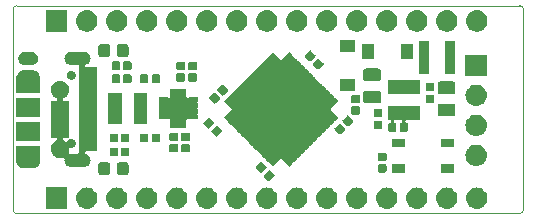
<source format=gts>
From 22959d7e355fc75186cb1cedfdeb1ab7f00991a2 Mon Sep 17 00:00:00 2001
From: Jan--Henrik <janhenrik@janhenrik.org>
Date: Sun, 5 May 2019 17:11:19 +0200
Subject: initital commit

---
 gerber/stm32f072PrototypingBoard-F_Mask.gts | 5505 +++++++++++++++++++++++++++
 1 file changed, 5505 insertions(+)
 create mode 100644 gerber/stm32f072PrototypingBoard-F_Mask.gts

(limited to 'gerber/stm32f072PrototypingBoard-F_Mask.gts')

diff --git a/gerber/stm32f072PrototypingBoard-F_Mask.gts b/gerber/stm32f072PrototypingBoard-F_Mask.gts
new file mode 100644
index 0000000..6b09db6
--- /dev/null
+++ b/gerber/stm32f072PrototypingBoard-F_Mask.gts
@@ -0,0 +1,5505 @@
+G04 #@! TF.GenerationSoftware,KiCad,Pcbnew,5.1.0*
+G04 #@! TF.CreationDate,2019-05-01T17:58:47+02:00*
+G04 #@! TF.ProjectId,stm32f072PrototypingBoard,73746d33-3266-4303-9732-50726f746f74,rev?*
+G04 #@! TF.SameCoordinates,Original*
+G04 #@! TF.FileFunction,Soldermask,Top*
+G04 #@! TF.FilePolarity,Negative*
+%FSLAX46Y46*%
+G04 Gerber Fmt 4.6, Leading zero omitted, Abs format (unit mm)*
+G04 Created by KiCad (PCBNEW 5.1.0) date 2019-05-01 17:58:47*
+%MOMM*%
+%LPD*%
+G04 APERTURE LIST*
+%ADD10C,0.050000*%
+%ADD11C,0.100000*%
+G04 APERTURE END LIST*
+D10*
+X63200000Y-37100000D02*
+G75*
+G02X62900000Y-37400000I-300000J0D01*
+G01*
+X62900000Y-19800000D02*
+G75*
+G02X63200000Y-20100000I0J-300000D01*
+G01*
+X20000000Y-20100000D02*
+G75*
+G02X20300000Y-19800000I300000J0D01*
+G01*
+X20300000Y-37400000D02*
+G75*
+G02X20000000Y-37100000I0J300000D01*
+G01*
+X20000000Y-37100000D02*
+X20000000Y-20100000D01*
+X62900000Y-37400000D02*
+X20300000Y-37400000D01*
+X63200000Y-20100000D02*
+X63200000Y-37100000D01*
+X20300000Y-19800000D02*
+X62900000Y-19800000D01*
+D11*
+G36*
+X41590443Y-35205519D02*
+G01*
+X41656627Y-35212037D01*
+X41826466Y-35263557D01*
+X41982991Y-35347222D01*
+X42018729Y-35376552D01*
+X42120186Y-35459814D01*
+X42203448Y-35561271D01*
+X42232778Y-35597009D01*
+X42316443Y-35753534D01*
+X42367963Y-35923373D01*
+X42385359Y-36100000D01*
+X42367963Y-36276627D01*
+X42316443Y-36446466D01*
+X42232778Y-36602991D01*
+X42203448Y-36638729D01*
+X42120186Y-36740186D01*
+X42018729Y-36823448D01*
+X41982991Y-36852778D01*
+X41826466Y-36936443D01*
+X41656627Y-36987963D01*
+X41590443Y-36994481D01*
+X41524260Y-37001000D01*
+X41435740Y-37001000D01*
+X41369557Y-36994481D01*
+X41303373Y-36987963D01*
+X41133534Y-36936443D01*
+X40977009Y-36852778D01*
+X40941271Y-36823448D01*
+X40839814Y-36740186D01*
+X40756552Y-36638729D01*
+X40727222Y-36602991D01*
+X40643557Y-36446466D01*
+X40592037Y-36276627D01*
+X40574641Y-36100000D01*
+X40592037Y-35923373D01*
+X40643557Y-35753534D01*
+X40727222Y-35597009D01*
+X40756552Y-35561271D01*
+X40839814Y-35459814D01*
+X40941271Y-35376552D01*
+X40977009Y-35347222D01*
+X41133534Y-35263557D01*
+X41303373Y-35212037D01*
+X41369557Y-35205519D01*
+X41435740Y-35199000D01*
+X41524260Y-35199000D01*
+X41590443Y-35205519D01*
+X41590443Y-35205519D01*
+G37*
+G36*
+X46670443Y-35205519D02*
+G01*
+X46736627Y-35212037D01*
+X46906466Y-35263557D01*
+X47062991Y-35347222D01*
+X47098729Y-35376552D01*
+X47200186Y-35459814D01*
+X47283448Y-35561271D01*
+X47312778Y-35597009D01*
+X47396443Y-35753534D01*
+X47447963Y-35923373D01*
+X47465359Y-36100000D01*
+X47447963Y-36276627D01*
+X47396443Y-36446466D01*
+X47312778Y-36602991D01*
+X47283448Y-36638729D01*
+X47200186Y-36740186D01*
+X47098729Y-36823448D01*
+X47062991Y-36852778D01*
+X46906466Y-36936443D01*
+X46736627Y-36987963D01*
+X46670443Y-36994481D01*
+X46604260Y-37001000D01*
+X46515740Y-37001000D01*
+X46449557Y-36994481D01*
+X46383373Y-36987963D01*
+X46213534Y-36936443D01*
+X46057009Y-36852778D01*
+X46021271Y-36823448D01*
+X45919814Y-36740186D01*
+X45836552Y-36638729D01*
+X45807222Y-36602991D01*
+X45723557Y-36446466D01*
+X45672037Y-36276627D01*
+X45654641Y-36100000D01*
+X45672037Y-35923373D01*
+X45723557Y-35753534D01*
+X45807222Y-35597009D01*
+X45836552Y-35561271D01*
+X45919814Y-35459814D01*
+X46021271Y-35376552D01*
+X46057009Y-35347222D01*
+X46213534Y-35263557D01*
+X46383373Y-35212037D01*
+X46449557Y-35205519D01*
+X46515740Y-35199000D01*
+X46604260Y-35199000D01*
+X46670443Y-35205519D01*
+X46670443Y-35205519D01*
+G37*
+G36*
+X28890443Y-35205519D02*
+G01*
+X28956627Y-35212037D01*
+X29126466Y-35263557D01*
+X29282991Y-35347222D01*
+X29318729Y-35376552D01*
+X29420186Y-35459814D01*
+X29503448Y-35561271D01*
+X29532778Y-35597009D01*
+X29616443Y-35753534D01*
+X29667963Y-35923373D01*
+X29685359Y-36100000D01*
+X29667963Y-36276627D01*
+X29616443Y-36446466D01*
+X29532778Y-36602991D01*
+X29503448Y-36638729D01*
+X29420186Y-36740186D01*
+X29318729Y-36823448D01*
+X29282991Y-36852778D01*
+X29126466Y-36936443D01*
+X28956627Y-36987963D01*
+X28890443Y-36994481D01*
+X28824260Y-37001000D01*
+X28735740Y-37001000D01*
+X28669557Y-36994481D01*
+X28603373Y-36987963D01*
+X28433534Y-36936443D01*
+X28277009Y-36852778D01*
+X28241271Y-36823448D01*
+X28139814Y-36740186D01*
+X28056552Y-36638729D01*
+X28027222Y-36602991D01*
+X27943557Y-36446466D01*
+X27892037Y-36276627D01*
+X27874641Y-36100000D01*
+X27892037Y-35923373D01*
+X27943557Y-35753534D01*
+X28027222Y-35597009D01*
+X28056552Y-35561271D01*
+X28139814Y-35459814D01*
+X28241271Y-35376552D01*
+X28277009Y-35347222D01*
+X28433534Y-35263557D01*
+X28603373Y-35212037D01*
+X28669557Y-35205519D01*
+X28735740Y-35199000D01*
+X28824260Y-35199000D01*
+X28890443Y-35205519D01*
+X28890443Y-35205519D01*
+G37*
+G36*
+X31430443Y-35205519D02*
+G01*
+X31496627Y-35212037D01*
+X31666466Y-35263557D01*
+X31822991Y-35347222D01*
+X31858729Y-35376552D01*
+X31960186Y-35459814D01*
+X32043448Y-35561271D01*
+X32072778Y-35597009D01*
+X32156443Y-35753534D01*
+X32207963Y-35923373D01*
+X32225359Y-36100000D01*
+X32207963Y-36276627D01*
+X32156443Y-36446466D01*
+X32072778Y-36602991D01*
+X32043448Y-36638729D01*
+X31960186Y-36740186D01*
+X31858729Y-36823448D01*
+X31822991Y-36852778D01*
+X31666466Y-36936443D01*
+X31496627Y-36987963D01*
+X31430443Y-36994481D01*
+X31364260Y-37001000D01*
+X31275740Y-37001000D01*
+X31209557Y-36994481D01*
+X31143373Y-36987963D01*
+X30973534Y-36936443D01*
+X30817009Y-36852778D01*
+X30781271Y-36823448D01*
+X30679814Y-36740186D01*
+X30596552Y-36638729D01*
+X30567222Y-36602991D01*
+X30483557Y-36446466D01*
+X30432037Y-36276627D01*
+X30414641Y-36100000D01*
+X30432037Y-35923373D01*
+X30483557Y-35753534D01*
+X30567222Y-35597009D01*
+X30596552Y-35561271D01*
+X30679814Y-35459814D01*
+X30781271Y-35376552D01*
+X30817009Y-35347222D01*
+X30973534Y-35263557D01*
+X31143373Y-35212037D01*
+X31209557Y-35205519D01*
+X31275740Y-35199000D01*
+X31364260Y-35199000D01*
+X31430443Y-35205519D01*
+X31430443Y-35205519D01*
+G37*
+G36*
+X33970443Y-35205519D02*
+G01*
+X34036627Y-35212037D01*
+X34206466Y-35263557D01*
+X34362991Y-35347222D01*
+X34398729Y-35376552D01*
+X34500186Y-35459814D01*
+X34583448Y-35561271D01*
+X34612778Y-35597009D01*
+X34696443Y-35753534D01*
+X34747963Y-35923373D01*
+X34765359Y-36100000D01*
+X34747963Y-36276627D01*
+X34696443Y-36446466D01*
+X34612778Y-36602991D01*
+X34583448Y-36638729D01*
+X34500186Y-36740186D01*
+X34398729Y-36823448D01*
+X34362991Y-36852778D01*
+X34206466Y-36936443D01*
+X34036627Y-36987963D01*
+X33970443Y-36994481D01*
+X33904260Y-37001000D01*
+X33815740Y-37001000D01*
+X33749557Y-36994481D01*
+X33683373Y-36987963D01*
+X33513534Y-36936443D01*
+X33357009Y-36852778D01*
+X33321271Y-36823448D01*
+X33219814Y-36740186D01*
+X33136552Y-36638729D01*
+X33107222Y-36602991D01*
+X33023557Y-36446466D01*
+X32972037Y-36276627D01*
+X32954641Y-36100000D01*
+X32972037Y-35923373D01*
+X33023557Y-35753534D01*
+X33107222Y-35597009D01*
+X33136552Y-35561271D01*
+X33219814Y-35459814D01*
+X33321271Y-35376552D01*
+X33357009Y-35347222D01*
+X33513534Y-35263557D01*
+X33683373Y-35212037D01*
+X33749557Y-35205519D01*
+X33815740Y-35199000D01*
+X33904260Y-35199000D01*
+X33970443Y-35205519D01*
+X33970443Y-35205519D01*
+G37*
+G36*
+X36510443Y-35205519D02*
+G01*
+X36576627Y-35212037D01*
+X36746466Y-35263557D01*
+X36902991Y-35347222D01*
+X36938729Y-35376552D01*
+X37040186Y-35459814D01*
+X37123448Y-35561271D01*
+X37152778Y-35597009D01*
+X37236443Y-35753534D01*
+X37287963Y-35923373D01*
+X37305359Y-36100000D01*
+X37287963Y-36276627D01*
+X37236443Y-36446466D01*
+X37152778Y-36602991D01*
+X37123448Y-36638729D01*
+X37040186Y-36740186D01*
+X36938729Y-36823448D01*
+X36902991Y-36852778D01*
+X36746466Y-36936443D01*
+X36576627Y-36987963D01*
+X36510443Y-36994481D01*
+X36444260Y-37001000D01*
+X36355740Y-37001000D01*
+X36289557Y-36994481D01*
+X36223373Y-36987963D01*
+X36053534Y-36936443D01*
+X35897009Y-36852778D01*
+X35861271Y-36823448D01*
+X35759814Y-36740186D01*
+X35676552Y-36638729D01*
+X35647222Y-36602991D01*
+X35563557Y-36446466D01*
+X35512037Y-36276627D01*
+X35494641Y-36100000D01*
+X35512037Y-35923373D01*
+X35563557Y-35753534D01*
+X35647222Y-35597009D01*
+X35676552Y-35561271D01*
+X35759814Y-35459814D01*
+X35861271Y-35376552D01*
+X35897009Y-35347222D01*
+X36053534Y-35263557D01*
+X36223373Y-35212037D01*
+X36289557Y-35205519D01*
+X36355740Y-35199000D01*
+X36444260Y-35199000D01*
+X36510443Y-35205519D01*
+X36510443Y-35205519D01*
+G37*
+G36*
+X39050443Y-35205519D02*
+G01*
+X39116627Y-35212037D01*
+X39286466Y-35263557D01*
+X39442991Y-35347222D01*
+X39478729Y-35376552D01*
+X39580186Y-35459814D01*
+X39663448Y-35561271D01*
+X39692778Y-35597009D01*
+X39776443Y-35753534D01*
+X39827963Y-35923373D01*
+X39845359Y-36100000D01*
+X39827963Y-36276627D01*
+X39776443Y-36446466D01*
+X39692778Y-36602991D01*
+X39663448Y-36638729D01*
+X39580186Y-36740186D01*
+X39478729Y-36823448D01*
+X39442991Y-36852778D01*
+X39286466Y-36936443D01*
+X39116627Y-36987963D01*
+X39050443Y-36994481D01*
+X38984260Y-37001000D01*
+X38895740Y-37001000D01*
+X38829557Y-36994481D01*
+X38763373Y-36987963D01*
+X38593534Y-36936443D01*
+X38437009Y-36852778D01*
+X38401271Y-36823448D01*
+X38299814Y-36740186D01*
+X38216552Y-36638729D01*
+X38187222Y-36602991D01*
+X38103557Y-36446466D01*
+X38052037Y-36276627D01*
+X38034641Y-36100000D01*
+X38052037Y-35923373D01*
+X38103557Y-35753534D01*
+X38187222Y-35597009D01*
+X38216552Y-35561271D01*
+X38299814Y-35459814D01*
+X38401271Y-35376552D01*
+X38437009Y-35347222D01*
+X38593534Y-35263557D01*
+X38763373Y-35212037D01*
+X38829557Y-35205519D01*
+X38895740Y-35199000D01*
+X38984260Y-35199000D01*
+X39050443Y-35205519D01*
+X39050443Y-35205519D01*
+G37*
+G36*
+X44130443Y-35205519D02*
+G01*
+X44196627Y-35212037D01*
+X44366466Y-35263557D01*
+X44522991Y-35347222D01*
+X44558729Y-35376552D01*
+X44660186Y-35459814D01*
+X44743448Y-35561271D01*
+X44772778Y-35597009D01*
+X44856443Y-35753534D01*
+X44907963Y-35923373D01*
+X44925359Y-36100000D01*
+X44907963Y-36276627D01*
+X44856443Y-36446466D01*
+X44772778Y-36602991D01*
+X44743448Y-36638729D01*
+X44660186Y-36740186D01*
+X44558729Y-36823448D01*
+X44522991Y-36852778D01*
+X44366466Y-36936443D01*
+X44196627Y-36987963D01*
+X44130443Y-36994481D01*
+X44064260Y-37001000D01*
+X43975740Y-37001000D01*
+X43909557Y-36994481D01*
+X43843373Y-36987963D01*
+X43673534Y-36936443D01*
+X43517009Y-36852778D01*
+X43481271Y-36823448D01*
+X43379814Y-36740186D01*
+X43296552Y-36638729D01*
+X43267222Y-36602991D01*
+X43183557Y-36446466D01*
+X43132037Y-36276627D01*
+X43114641Y-36100000D01*
+X43132037Y-35923373D01*
+X43183557Y-35753534D01*
+X43267222Y-35597009D01*
+X43296552Y-35561271D01*
+X43379814Y-35459814D01*
+X43481271Y-35376552D01*
+X43517009Y-35347222D01*
+X43673534Y-35263557D01*
+X43843373Y-35212037D01*
+X43909557Y-35205519D01*
+X43975740Y-35199000D01*
+X44064260Y-35199000D01*
+X44130443Y-35205519D01*
+X44130443Y-35205519D01*
+G37*
+G36*
+X49210443Y-35205519D02*
+G01*
+X49276627Y-35212037D01*
+X49446466Y-35263557D01*
+X49602991Y-35347222D01*
+X49638729Y-35376552D01*
+X49740186Y-35459814D01*
+X49823448Y-35561271D01*
+X49852778Y-35597009D01*
+X49936443Y-35753534D01*
+X49987963Y-35923373D01*
+X50005359Y-36100000D01*
+X49987963Y-36276627D01*
+X49936443Y-36446466D01*
+X49852778Y-36602991D01*
+X49823448Y-36638729D01*
+X49740186Y-36740186D01*
+X49638729Y-36823448D01*
+X49602991Y-36852778D01*
+X49446466Y-36936443D01*
+X49276627Y-36987963D01*
+X49210443Y-36994481D01*
+X49144260Y-37001000D01*
+X49055740Y-37001000D01*
+X48989557Y-36994481D01*
+X48923373Y-36987963D01*
+X48753534Y-36936443D01*
+X48597009Y-36852778D01*
+X48561271Y-36823448D01*
+X48459814Y-36740186D01*
+X48376552Y-36638729D01*
+X48347222Y-36602991D01*
+X48263557Y-36446466D01*
+X48212037Y-36276627D01*
+X48194641Y-36100000D01*
+X48212037Y-35923373D01*
+X48263557Y-35753534D01*
+X48347222Y-35597009D01*
+X48376552Y-35561271D01*
+X48459814Y-35459814D01*
+X48561271Y-35376552D01*
+X48597009Y-35347222D01*
+X48753534Y-35263557D01*
+X48923373Y-35212037D01*
+X48989557Y-35205519D01*
+X49055740Y-35199000D01*
+X49144260Y-35199000D01*
+X49210443Y-35205519D01*
+X49210443Y-35205519D01*
+G37*
+G36*
+X51750443Y-35205519D02*
+G01*
+X51816627Y-35212037D01*
+X51986466Y-35263557D01*
+X52142991Y-35347222D01*
+X52178729Y-35376552D01*
+X52280186Y-35459814D01*
+X52363448Y-35561271D01*
+X52392778Y-35597009D01*
+X52476443Y-35753534D01*
+X52527963Y-35923373D01*
+X52545359Y-36100000D01*
+X52527963Y-36276627D01*
+X52476443Y-36446466D01*
+X52392778Y-36602991D01*
+X52363448Y-36638729D01*
+X52280186Y-36740186D01*
+X52178729Y-36823448D01*
+X52142991Y-36852778D01*
+X51986466Y-36936443D01*
+X51816627Y-36987963D01*
+X51750443Y-36994481D01*
+X51684260Y-37001000D01*
+X51595740Y-37001000D01*
+X51529557Y-36994481D01*
+X51463373Y-36987963D01*
+X51293534Y-36936443D01*
+X51137009Y-36852778D01*
+X51101271Y-36823448D01*
+X50999814Y-36740186D01*
+X50916552Y-36638729D01*
+X50887222Y-36602991D01*
+X50803557Y-36446466D01*
+X50752037Y-36276627D01*
+X50734641Y-36100000D01*
+X50752037Y-35923373D01*
+X50803557Y-35753534D01*
+X50887222Y-35597009D01*
+X50916552Y-35561271D01*
+X50999814Y-35459814D01*
+X51101271Y-35376552D01*
+X51137009Y-35347222D01*
+X51293534Y-35263557D01*
+X51463373Y-35212037D01*
+X51529557Y-35205519D01*
+X51595740Y-35199000D01*
+X51684260Y-35199000D01*
+X51750443Y-35205519D01*
+X51750443Y-35205519D01*
+G37*
+G36*
+X54290443Y-35205519D02*
+G01*
+X54356627Y-35212037D01*
+X54526466Y-35263557D01*
+X54682991Y-35347222D01*
+X54718729Y-35376552D01*
+X54820186Y-35459814D01*
+X54903448Y-35561271D01*
+X54932778Y-35597009D01*
+X55016443Y-35753534D01*
+X55067963Y-35923373D01*
+X55085359Y-36100000D01*
+X55067963Y-36276627D01*
+X55016443Y-36446466D01*
+X54932778Y-36602991D01*
+X54903448Y-36638729D01*
+X54820186Y-36740186D01*
+X54718729Y-36823448D01*
+X54682991Y-36852778D01*
+X54526466Y-36936443D01*
+X54356627Y-36987963D01*
+X54290443Y-36994481D01*
+X54224260Y-37001000D01*
+X54135740Y-37001000D01*
+X54069557Y-36994481D01*
+X54003373Y-36987963D01*
+X53833534Y-36936443D01*
+X53677009Y-36852778D01*
+X53641271Y-36823448D01*
+X53539814Y-36740186D01*
+X53456552Y-36638729D01*
+X53427222Y-36602991D01*
+X53343557Y-36446466D01*
+X53292037Y-36276627D01*
+X53274641Y-36100000D01*
+X53292037Y-35923373D01*
+X53343557Y-35753534D01*
+X53427222Y-35597009D01*
+X53456552Y-35561271D01*
+X53539814Y-35459814D01*
+X53641271Y-35376552D01*
+X53677009Y-35347222D01*
+X53833534Y-35263557D01*
+X54003373Y-35212037D01*
+X54069557Y-35205519D01*
+X54135740Y-35199000D01*
+X54224260Y-35199000D01*
+X54290443Y-35205519D01*
+X54290443Y-35205519D01*
+G37*
+G36*
+X56830443Y-35205519D02*
+G01*
+X56896627Y-35212037D01*
+X57066466Y-35263557D01*
+X57222991Y-35347222D01*
+X57258729Y-35376552D01*
+X57360186Y-35459814D01*
+X57443448Y-35561271D01*
+X57472778Y-35597009D01*
+X57556443Y-35753534D01*
+X57607963Y-35923373D01*
+X57625359Y-36100000D01*
+X57607963Y-36276627D01*
+X57556443Y-36446466D01*
+X57472778Y-36602991D01*
+X57443448Y-36638729D01*
+X57360186Y-36740186D01*
+X57258729Y-36823448D01*
+X57222991Y-36852778D01*
+X57066466Y-36936443D01*
+X56896627Y-36987963D01*
+X56830443Y-36994481D01*
+X56764260Y-37001000D01*
+X56675740Y-37001000D01*
+X56609557Y-36994481D01*
+X56543373Y-36987963D01*
+X56373534Y-36936443D01*
+X56217009Y-36852778D01*
+X56181271Y-36823448D01*
+X56079814Y-36740186D01*
+X55996552Y-36638729D01*
+X55967222Y-36602991D01*
+X55883557Y-36446466D01*
+X55832037Y-36276627D01*
+X55814641Y-36100000D01*
+X55832037Y-35923373D01*
+X55883557Y-35753534D01*
+X55967222Y-35597009D01*
+X55996552Y-35561271D01*
+X56079814Y-35459814D01*
+X56181271Y-35376552D01*
+X56217009Y-35347222D01*
+X56373534Y-35263557D01*
+X56543373Y-35212037D01*
+X56609557Y-35205519D01*
+X56675740Y-35199000D01*
+X56764260Y-35199000D01*
+X56830443Y-35205519D01*
+X56830443Y-35205519D01*
+G37*
+G36*
+X26350443Y-35205519D02*
+G01*
+X26416627Y-35212037D01*
+X26586466Y-35263557D01*
+X26742991Y-35347222D01*
+X26778729Y-35376552D01*
+X26880186Y-35459814D01*
+X26963448Y-35561271D01*
+X26992778Y-35597009D01*
+X27076443Y-35753534D01*
+X27127963Y-35923373D01*
+X27145359Y-36100000D01*
+X27127963Y-36276627D01*
+X27076443Y-36446466D01*
+X26992778Y-36602991D01*
+X26963448Y-36638729D01*
+X26880186Y-36740186D01*
+X26778729Y-36823448D01*
+X26742991Y-36852778D01*
+X26586466Y-36936443D01*
+X26416627Y-36987963D01*
+X26350443Y-36994481D01*
+X26284260Y-37001000D01*
+X26195740Y-37001000D01*
+X26129557Y-36994481D01*
+X26063373Y-36987963D01*
+X25893534Y-36936443D01*
+X25737009Y-36852778D01*
+X25701271Y-36823448D01*
+X25599814Y-36740186D01*
+X25516552Y-36638729D01*
+X25487222Y-36602991D01*
+X25403557Y-36446466D01*
+X25352037Y-36276627D01*
+X25334641Y-36100000D01*
+X25352037Y-35923373D01*
+X25403557Y-35753534D01*
+X25487222Y-35597009D01*
+X25516552Y-35561271D01*
+X25599814Y-35459814D01*
+X25701271Y-35376552D01*
+X25737009Y-35347222D01*
+X25893534Y-35263557D01*
+X26063373Y-35212037D01*
+X26129557Y-35205519D01*
+X26195740Y-35199000D01*
+X26284260Y-35199000D01*
+X26350443Y-35205519D01*
+X26350443Y-35205519D01*
+G37*
+G36*
+X24601000Y-37001000D02*
+G01*
+X22799000Y-37001000D01*
+X22799000Y-35199000D01*
+X24601000Y-35199000D01*
+X24601000Y-37001000D01*
+X24601000Y-37001000D01*
+G37*
+G36*
+X59370443Y-35205519D02*
+G01*
+X59436627Y-35212037D01*
+X59606466Y-35263557D01*
+X59762991Y-35347222D01*
+X59798729Y-35376552D01*
+X59900186Y-35459814D01*
+X59983448Y-35561271D01*
+X60012778Y-35597009D01*
+X60096443Y-35753534D01*
+X60147963Y-35923373D01*
+X60165359Y-36100000D01*
+X60147963Y-36276627D01*
+X60096443Y-36446466D01*
+X60012778Y-36602991D01*
+X59983448Y-36638729D01*
+X59900186Y-36740186D01*
+X59798729Y-36823448D01*
+X59762991Y-36852778D01*
+X59606466Y-36936443D01*
+X59436627Y-36987963D01*
+X59370443Y-36994481D01*
+X59304260Y-37001000D01*
+X59215740Y-37001000D01*
+X59149557Y-36994481D01*
+X59083373Y-36987963D01*
+X58913534Y-36936443D01*
+X58757009Y-36852778D01*
+X58721271Y-36823448D01*
+X58619814Y-36740186D01*
+X58536552Y-36638729D01*
+X58507222Y-36602991D01*
+X58423557Y-36446466D01*
+X58372037Y-36276627D01*
+X58354641Y-36100000D01*
+X58372037Y-35923373D01*
+X58423557Y-35753534D01*
+X58507222Y-35597009D01*
+X58536552Y-35561271D01*
+X58619814Y-35459814D01*
+X58721271Y-35376552D01*
+X58757009Y-35347222D01*
+X58913534Y-35263557D01*
+X59083373Y-35212037D01*
+X59149557Y-35205519D01*
+X59215740Y-35199000D01*
+X59304260Y-35199000D01*
+X59370443Y-35205519D01*
+X59370443Y-35205519D01*
+G37*
+G36*
+X41725010Y-33727385D02*
+G01*
+X41745629Y-33733640D01*
+X41764625Y-33743793D01*
+X41786046Y-33761373D01*
+X42110415Y-34085742D01*
+X42127995Y-34107163D01*
+X42138148Y-34126159D01*
+X42144403Y-34146778D01*
+X42146514Y-34168216D01*
+X42144403Y-34189654D01*
+X42138148Y-34210273D01*
+X42127995Y-34229269D01*
+X42110415Y-34250690D01*
+X41750690Y-34610415D01*
+X41729269Y-34627995D01*
+X41710273Y-34638148D01*
+X41689654Y-34644403D01*
+X41668216Y-34646514D01*
+X41646778Y-34644403D01*
+X41626159Y-34638148D01*
+X41607163Y-34627995D01*
+X41585742Y-34610415D01*
+X41261373Y-34286046D01*
+X41243793Y-34264625D01*
+X41233640Y-34245629D01*
+X41227385Y-34225010D01*
+X41225274Y-34203572D01*
+X41227385Y-34182134D01*
+X41233640Y-34161515D01*
+X41243793Y-34142519D01*
+X41261373Y-34121098D01*
+X41621098Y-33761373D01*
+X41642519Y-33743793D01*
+X41661515Y-33733640D01*
+X41682134Y-33727385D01*
+X41703572Y-33725274D01*
+X41725010Y-33727385D01*
+X41725010Y-33727385D01*
+G37*
+G36*
+X28054591Y-33078085D02*
+G01*
+X28088569Y-33088393D01*
+X28119890Y-33105134D01*
+X28147339Y-33127661D01*
+X28169866Y-33155110D01*
+X28186607Y-33186431D01*
+X28196915Y-33220409D01*
+X28201000Y-33261890D01*
+X28201000Y-33938110D01*
+X28196915Y-33979591D01*
+X28186607Y-34013569D01*
+X28169866Y-34044890D01*
+X28147339Y-34072339D01*
+X28119890Y-34094866D01*
+X28088569Y-34111607D01*
+X28054591Y-34121915D01*
+X28013110Y-34126000D01*
+X27411890Y-34126000D01*
+X27370409Y-34121915D01*
+X27336431Y-34111607D01*
+X27305110Y-34094866D01*
+X27277661Y-34072339D01*
+X27255134Y-34044890D01*
+X27238393Y-34013569D01*
+X27228085Y-33979591D01*
+X27224000Y-33938110D01*
+X27224000Y-33261890D01*
+X27228085Y-33220409D01*
+X27238393Y-33186431D01*
+X27255134Y-33155110D01*
+X27277661Y-33127661D01*
+X27305110Y-33105134D01*
+X27336431Y-33088393D01*
+X27370409Y-33078085D01*
+X27411890Y-33074000D01*
+X28013110Y-33074000D01*
+X28054591Y-33078085D01*
+X28054591Y-33078085D01*
+G37*
+G36*
+X29629591Y-33078085D02*
+G01*
+X29663569Y-33088393D01*
+X29694890Y-33105134D01*
+X29722339Y-33127661D01*
+X29744866Y-33155110D01*
+X29761607Y-33186431D01*
+X29771915Y-33220409D01*
+X29776000Y-33261890D01*
+X29776000Y-33938110D01*
+X29771915Y-33979591D01*
+X29761607Y-34013569D01*
+X29744866Y-34044890D01*
+X29722339Y-34072339D01*
+X29694890Y-34094866D01*
+X29663569Y-34111607D01*
+X29629591Y-34121915D01*
+X29588110Y-34126000D01*
+X28986890Y-34126000D01*
+X28945409Y-34121915D01*
+X28911431Y-34111607D01*
+X28880110Y-34094866D01*
+X28852661Y-34072339D01*
+X28830134Y-34044890D01*
+X28813393Y-34013569D01*
+X28803085Y-33979591D01*
+X28799000Y-33938110D01*
+X28799000Y-33261890D01*
+X28803085Y-33220409D01*
+X28813393Y-33186431D01*
+X28830134Y-33155110D01*
+X28852661Y-33127661D01*
+X28880110Y-33105134D01*
+X28911431Y-33088393D01*
+X28945409Y-33078085D01*
+X28986890Y-33074000D01*
+X29588110Y-33074000D01*
+X29629591Y-33078085D01*
+X29629591Y-33078085D01*
+G37*
+G36*
+X57351000Y-33963000D02*
+G01*
+X56199000Y-33963000D01*
+X56199000Y-33211000D01*
+X57351000Y-33211000D01*
+X57351000Y-33963000D01*
+X57351000Y-33963000D01*
+G37*
+G36*
+X53201000Y-33963000D02*
+G01*
+X52049000Y-33963000D01*
+X52049000Y-33211000D01*
+X53201000Y-33211000D01*
+X53201000Y-33963000D01*
+X53201000Y-33963000D01*
+G37*
+G36*
+X41039116Y-33041491D02*
+G01*
+X41059735Y-33047746D01*
+X41078731Y-33057899D01*
+X41100152Y-33075479D01*
+X41424521Y-33399848D01*
+X41442101Y-33421269D01*
+X41452254Y-33440265D01*
+X41458509Y-33460884D01*
+X41460620Y-33482322D01*
+X41458509Y-33503760D01*
+X41452254Y-33524379D01*
+X41442101Y-33543375D01*
+X41424521Y-33564796D01*
+X41064796Y-33924521D01*
+X41043375Y-33942101D01*
+X41024379Y-33952254D01*
+X41003760Y-33958509D01*
+X40982322Y-33960620D01*
+X40960884Y-33958509D01*
+X40940265Y-33952254D01*
+X40921269Y-33942101D01*
+X40899848Y-33924521D01*
+X40575479Y-33600152D01*
+X40557899Y-33578731D01*
+X40547746Y-33559735D01*
+X40541491Y-33539116D01*
+X40539380Y-33517678D01*
+X40541491Y-33496240D01*
+X40547746Y-33475621D01*
+X40557899Y-33456625D01*
+X40575479Y-33435204D01*
+X40935204Y-33075479D01*
+X40956625Y-33057899D01*
+X40975621Y-33047746D01*
+X40996240Y-33041491D01*
+X41017678Y-33039380D01*
+X41039116Y-33041491D01*
+X41039116Y-33041491D01*
+G37*
+G36*
+X51527938Y-33241716D02*
+G01*
+X51548557Y-33247971D01*
+X51567553Y-33258124D01*
+X51584208Y-33271792D01*
+X51597876Y-33288447D01*
+X51608029Y-33307443D01*
+X51614284Y-33328062D01*
+X51617000Y-33355640D01*
+X51617000Y-33814360D01*
+X51614284Y-33841938D01*
+X51608029Y-33862557D01*
+X51597876Y-33881553D01*
+X51584208Y-33898208D01*
+X51567553Y-33911876D01*
+X51548557Y-33922029D01*
+X51527938Y-33928284D01*
+X51500360Y-33931000D01*
+X50991640Y-33931000D01*
+X50964062Y-33928284D01*
+X50943443Y-33922029D01*
+X50924447Y-33911876D01*
+X50907792Y-33898208D01*
+X50894124Y-33881553D01*
+X50883971Y-33862557D01*
+X50877716Y-33841938D01*
+X50875000Y-33814360D01*
+X50875000Y-33355640D01*
+X50877716Y-33328062D01*
+X50883971Y-33307443D01*
+X50894124Y-33288447D01*
+X50907792Y-33271792D01*
+X50924447Y-33258124D01*
+X50943443Y-33247971D01*
+X50964062Y-33241716D01*
+X50991640Y-33239000D01*
+X51500360Y-33239000D01*
+X51527938Y-33241716D01*
+X51527938Y-33241716D01*
+G37*
+G36*
+X22273500Y-32881886D02*
+G01*
+X22274102Y-32894138D01*
+X22276649Y-32920000D01*
+X22274102Y-32945862D01*
+X22273500Y-32958114D01*
+X22273500Y-33031406D01*
+X22264543Y-33048164D01*
+X22260415Y-33059701D01*
+X22239799Y-33127661D01*
+X22226854Y-33170336D01*
+X22166406Y-33283425D01*
+X22085054Y-33382554D01*
+X21985925Y-33463906D01*
+X21872836Y-33524354D01*
+X21840904Y-33534040D01*
+X21750118Y-33561580D01*
+X21686355Y-33567860D01*
+X21654474Y-33571000D01*
+X20890526Y-33571000D01*
+X20858645Y-33567860D01*
+X20794882Y-33561580D01*
+X20704096Y-33534040D01*
+X20672164Y-33524354D01*
+X20559075Y-33463906D01*
+X20459946Y-33382554D01*
+X20378594Y-33283425D01*
+X20318146Y-33170336D01*
+X20305201Y-33127661D01*
+X20284587Y-33059708D01*
+X20275213Y-33037075D01*
+X20271500Y-33031518D01*
+X20271500Y-32958114D01*
+X20270898Y-32945862D01*
+X20268351Y-32920000D01*
+X20270898Y-32894138D01*
+X20271500Y-32881886D01*
+X20271500Y-31669000D01*
+X22273500Y-31669000D01*
+X22273500Y-32881886D01*
+X22273500Y-32881886D01*
+G37*
+G36*
+X26113014Y-23706973D02*
+G01*
+X26216878Y-23738479D01*
+X26240303Y-23751000D01*
+X26312599Y-23789643D01*
+X26396500Y-23858499D01*
+X26465356Y-23942400D01*
+X26494710Y-23997318D01*
+X26516520Y-24038121D01*
+X26548026Y-24141985D01*
+X26558665Y-24250000D01*
+X26548026Y-24358015D01*
+X26516520Y-24461879D01*
+X26504382Y-24484587D01*
+X26465356Y-24557600D01*
+X26396500Y-24641501D01*
+X26312599Y-24710357D01*
+X26244592Y-24746707D01*
+X26216878Y-24761521D01*
+X26174461Y-24774388D01*
+X26151831Y-24783762D01*
+X26131457Y-24797375D01*
+X26114130Y-24814702D01*
+X26100516Y-24835077D01*
+X26091138Y-24857716D01*
+X26086358Y-24881749D01*
+X26086358Y-24906253D01*
+X26091138Y-24930286D01*
+X26100516Y-24952925D01*
+X26114129Y-24973299D01*
+X26131456Y-24990626D01*
+X26151831Y-25004240D01*
+X26174470Y-25013618D01*
+X26198503Y-25018398D01*
+X26210755Y-25019000D01*
+X27145999Y-25019000D01*
+X27145999Y-32121000D01*
+X26210755Y-32121000D01*
+X26186369Y-32123402D01*
+X26162920Y-32130515D01*
+X26141309Y-32142066D01*
+X26122367Y-32157611D01*
+X26106822Y-32176553D01*
+X26095271Y-32198164D01*
+X26088158Y-32221613D01*
+X26085756Y-32245999D01*
+X26088158Y-32270385D01*
+X26095271Y-32293834D01*
+X26106822Y-32315445D01*
+X26122367Y-32334387D01*
+X26141309Y-32349932D01*
+X26162920Y-32361483D01*
+X26174452Y-32365609D01*
+X26216878Y-32378479D01*
+X26230275Y-32385640D01*
+X26312599Y-32429643D01*
+X26396500Y-32498499D01*
+X26465356Y-32582400D01*
+X26499685Y-32646625D01*
+X26516520Y-32678121D01*
+X26548026Y-32781985D01*
+X26558665Y-32890000D01*
+X26548026Y-32998015D01*
+X26516520Y-33101879D01*
+X26509103Y-33115755D01*
+X26465356Y-33197600D01*
+X26396500Y-33281501D01*
+X26312599Y-33350357D01*
+X26273978Y-33371000D01*
+X26216878Y-33401521D01*
+X26113014Y-33433027D01*
+X26032066Y-33441000D01*
+X24877932Y-33441000D01*
+X24796984Y-33433027D01*
+X24693120Y-33401521D01*
+X24636020Y-33371000D01*
+X24597399Y-33350357D01*
+X24513498Y-33281501D01*
+X24444642Y-33197600D01*
+X24400895Y-33115755D01*
+X24393478Y-33101879D01*
+X24361972Y-32998015D01*
+X24351333Y-32890000D01*
+X24360360Y-32798351D01*
+X24360360Y-32773853D01*
+X24355580Y-32749820D01*
+X24346202Y-32727181D01*
+X24332589Y-32706807D01*
+X24315262Y-32689480D01*
+X24294887Y-32675866D01*
+X24272249Y-32666488D01*
+X24248215Y-32661708D01*
+X24223711Y-32661708D01*
+X24211016Y-32664233D01*
+X24210926Y-32663778D01*
+X24048931Y-32696000D01*
+X23896069Y-32696000D01*
+X23746152Y-32666180D01*
+X23746150Y-32666179D01*
+X23746149Y-32666179D01*
+X23604926Y-32607683D01*
+X23604923Y-32607681D01*
+X23477831Y-32522761D01*
+X23369739Y-32414669D01*
+X23284819Y-32287577D01*
+X23284817Y-32287574D01*
+X23226321Y-32146351D01*
+X23225469Y-32142066D01*
+X23196500Y-31996431D01*
+X23196500Y-31843569D01*
+X23226320Y-31693652D01*
+X23226321Y-31693649D01*
+X23284817Y-31552426D01*
+X23321829Y-31497034D01*
+X23369739Y-31425331D01*
+X23477831Y-31317239D01*
+X23604925Y-31232318D01*
+X23604926Y-31232317D01*
+X23655228Y-31211481D01*
+X23676836Y-31199932D01*
+X23695778Y-31184386D01*
+X23711323Y-31165444D01*
+X23722874Y-31143834D01*
+X23729987Y-31120385D01*
+X23732389Y-31095999D01*
+X24212611Y-31095999D01*
+X24215013Y-31120385D01*
+X24222126Y-31143834D01*
+X24233677Y-31165445D01*
+X24249222Y-31184387D01*
+X24268164Y-31199932D01*
+X24289772Y-31211481D01*
+X24340074Y-31232317D01*
+X24433072Y-31294457D01*
+X24454678Y-31306005D01*
+X24478127Y-31313118D01*
+X24502513Y-31315520D01*
+X24526899Y-31313118D01*
+X24550348Y-31306005D01*
+X24571959Y-31294454D01*
+X24590901Y-31278909D01*
+X24606443Y-31259971D01*
+X24632941Y-31220314D01*
+X24668874Y-31184381D01*
+X24684414Y-31165445D01*
+X24695965Y-31143834D01*
+X24703078Y-31120385D01*
+X24705480Y-31095999D01*
+X24703078Y-31071613D01*
+X24695965Y-31048164D01*
+X24684414Y-31026553D01*
+X24668869Y-31007611D01*
+X24649927Y-30992066D01*
+X24628316Y-30980515D01*
+X24604867Y-30973402D01*
+X24580481Y-30971000D01*
+X24337610Y-30971000D01*
+X24313224Y-30973402D01*
+X24289775Y-30980515D01*
+X24268164Y-30992066D01*
+X24249222Y-31007611D01*
+X24233677Y-31026553D01*
+X24222126Y-31048164D01*
+X24215013Y-31071613D01*
+X24212611Y-31095999D01*
+X23732389Y-31095999D01*
+X23729987Y-31071613D01*
+X23722874Y-31048164D01*
+X23711323Y-31026553D01*
+X23695777Y-31007611D01*
+X23676835Y-30992066D01*
+X23655225Y-30980515D01*
+X23631776Y-30973402D01*
+X23607390Y-30971000D01*
+X23246500Y-30971000D01*
+X23246500Y-27869000D01*
+X23607390Y-27869000D01*
+X23631776Y-27866598D01*
+X23655225Y-27859485D01*
+X23676836Y-27847934D01*
+X23695778Y-27832389D01*
+X23711323Y-27813447D01*
+X23722874Y-27791836D01*
+X23729987Y-27768387D01*
+X23732389Y-27744001D01*
+X23729987Y-27719615D01*
+X23722874Y-27696166D01*
+X23711323Y-27674555D01*
+X23695778Y-27655613D01*
+X23676836Y-27640068D01*
+X23655228Y-27628519D01*
+X23604926Y-27607683D01*
+X23546714Y-27568787D01*
+X23477831Y-27522761D01*
+X23369739Y-27414669D01*
+X23284819Y-27287577D01*
+X23284817Y-27287574D01*
+X23226321Y-27146351D01*
+X23221681Y-27123022D01*
+X23196500Y-26996431D01*
+X23196500Y-26843569D01*
+X23226320Y-26693652D01*
+X23249694Y-26637221D01*
+X23284817Y-26552426D01*
+X23293777Y-26539017D01*
+X23369739Y-26425331D01*
+X23477831Y-26317239D01*
+X23604923Y-26232319D01*
+X23604926Y-26232317D01*
+X23746149Y-26173821D01*
+X23746150Y-26173821D01*
+X23746152Y-26173820D01*
+X23896069Y-26144000D01*
+X24048931Y-26144000D01*
+X24198848Y-26173820D01*
+X24198850Y-26173821D01*
+X24198851Y-26173821D01*
+X24340074Y-26232317D01*
+X24340077Y-26232319D01*
+X24467169Y-26317239D01*
+X24575261Y-26425331D01*
+X24651223Y-26539017D01*
+X24660183Y-26552426D01*
+X24695306Y-26637221D01*
+X24718680Y-26693652D01*
+X24748500Y-26843569D01*
+X24748500Y-26996431D01*
+X24723320Y-27123022D01*
+X24718679Y-27146351D01*
+X24660183Y-27287574D01*
+X24660181Y-27287577D01*
+X24575261Y-27414669D01*
+X24467169Y-27522761D01*
+X24398286Y-27568787D01*
+X24340074Y-27607683D01*
+X24289772Y-27628519D01*
+X24268164Y-27640068D01*
+X24249222Y-27655614D01*
+X24233677Y-27674556D01*
+X24222126Y-27696166D01*
+X24215013Y-27719615D01*
+X24212611Y-27744001D01*
+X24215013Y-27768387D01*
+X24222126Y-27791836D01*
+X24233677Y-27813447D01*
+X24249223Y-27832389D01*
+X24268165Y-27847934D01*
+X24289775Y-27859485D01*
+X24313224Y-27866598D01*
+X24337610Y-27869000D01*
+X24698500Y-27869000D01*
+X24698500Y-30969375D01*
+X24700902Y-30993761D01*
+X24708015Y-31017210D01*
+X24719566Y-31038821D01*
+X24735111Y-31057763D01*
+X24754053Y-31073308D01*
+X24775664Y-31084859D01*
+X24799113Y-31091972D01*
+X24823499Y-31094374D01*
+X24847884Y-31091972D01*
+X24887964Y-31084000D01*
+X24962033Y-31084000D01*
+X25034671Y-31098449D01*
+X25034673Y-31098450D01*
+X25034674Y-31098450D01*
+X25103102Y-31126793D01*
+X25164685Y-31167942D01*
+X25217057Y-31220314D01*
+X25258206Y-31281897D01*
+X25278125Y-31329988D01*
+X25286550Y-31350328D01*
+X25300999Y-31422966D01*
+X25300999Y-31497034D01*
+X25286684Y-31569000D01*
+X25286549Y-31569675D01*
+X25258206Y-31638103D01*
+X25217057Y-31699686D01*
+X25164685Y-31752058D01*
+X25103102Y-31793207D01*
+X25034674Y-31821550D01*
+X25034673Y-31821550D01*
+X25034671Y-31821551D01*
+X24962033Y-31836000D01*
+X24877861Y-31836000D01*
+X24873507Y-31835571D01*
+X24849121Y-31837971D01*
+X24825671Y-31845083D01*
+X24804060Y-31856633D01*
+X24785117Y-31872177D01*
+X24769571Y-31891118D01*
+X24758018Y-31912727D01*
+X24750903Y-31936176D01*
+X24748500Y-31960570D01*
+X24748500Y-31996431D01*
+X24718680Y-32146348D01*
+X24708522Y-32170872D01*
+X24701409Y-32194321D01*
+X24699007Y-32218707D01*
+X24701409Y-32243093D01*
+X24708522Y-32266542D01*
+X24720072Y-32288153D01*
+X24735618Y-32307095D01*
+X24754559Y-32322640D01*
+X24776170Y-32334192D01*
+X24799619Y-32341305D01*
+X24824005Y-32343707D01*
+X24836252Y-32343105D01*
+X24877932Y-32339000D01*
+X25469000Y-32339000D01*
+X25493386Y-32336598D01*
+X25516835Y-32329485D01*
+X25538446Y-32317934D01*
+X25557388Y-32302389D01*
+X25572933Y-32283447D01*
+X25584484Y-32261836D01*
+X25591597Y-32238387D01*
+X25593999Y-32214001D01*
+X25593999Y-24925999D01*
+X25591597Y-24901613D01*
+X25584484Y-24878164D01*
+X25572933Y-24856553D01*
+X25557388Y-24837611D01*
+X25538446Y-24822066D01*
+X25516835Y-24810515D01*
+X25493386Y-24803402D01*
+X25469000Y-24801000D01*
+X24877932Y-24801000D01*
+X24796984Y-24793027D01*
+X24693120Y-24761521D01*
+X24665406Y-24746707D01*
+X24597399Y-24710357D01*
+X24513498Y-24641501D01*
+X24444642Y-24557600D01*
+X24405616Y-24484587D01*
+X24393478Y-24461879D01*
+X24361972Y-24358015D01*
+X24351333Y-24250000D01*
+X24361972Y-24141985D01*
+X24393478Y-24038121D01*
+X24415288Y-23997318D01*
+X24444642Y-23942400D01*
+X24513498Y-23858499D01*
+X24597399Y-23789643D01*
+X24669695Y-23751000D01*
+X24693120Y-23738479D01*
+X24796984Y-23706973D01*
+X24877932Y-23699000D01*
+X26032066Y-23699000D01*
+X26113014Y-23706973D01*
+X26113014Y-23706973D01*
+G37*
+G36*
+X43411962Y-23756499D02*
+G01*
+X43416636Y-23757917D01*
+X43420938Y-23760216D01*
+X43429477Y-23767224D01*
+X43633638Y-23971385D01*
+X43640646Y-23979924D01*
+X43642945Y-23984226D01*
+X43644363Y-23988900D01*
+X43645171Y-23997102D01*
+X43649952Y-24021136D01*
+X43659330Y-24043774D01*
+X43672945Y-24064148D01*
+X43690272Y-24081475D01*
+X43710647Y-24095088D01*
+X43733286Y-24104465D01*
+X43757313Y-24109244D01*
+X43765515Y-24110052D01*
+X43770189Y-24111470D01*
+X43774491Y-24113769D01*
+X43783030Y-24120777D01*
+X43987191Y-24324938D01*
+X43994199Y-24333477D01*
+X43996498Y-24337779D01*
+X43997916Y-24342453D01*
+X43998724Y-24350656D01*
+X44003505Y-24374689D01*
+X44012883Y-24397328D01*
+X44026497Y-24417702D01*
+X44043825Y-24435028D01*
+X44064199Y-24448642D01*
+X44086838Y-24458018D01*
+X44110866Y-24462798D01*
+X44119069Y-24463606D01*
+X44123743Y-24465024D01*
+X44128045Y-24467323D01*
+X44136584Y-24474331D01*
+X44340745Y-24678492D01*
+X44347753Y-24687031D01*
+X44350052Y-24691333D01*
+X44351470Y-24696007D01*
+X44352278Y-24704209D01*
+X44357059Y-24728243D01*
+X44366437Y-24750881D01*
+X44380052Y-24771255D01*
+X44397379Y-24788582D01*
+X44417754Y-24802195D01*
+X44440393Y-24811572D01*
+X44464420Y-24816351D01*
+X44472622Y-24817159D01*
+X44477296Y-24818577D01*
+X44481598Y-24820876D01*
+X44490137Y-24827884D01*
+X44694298Y-25032045D01*
+X44701306Y-25040584D01*
+X44703605Y-25044886D01*
+X44705023Y-25049560D01*
+X44705831Y-25057762D01*
+X44710612Y-25081796D01*
+X44719990Y-25104434D01*
+X44733605Y-25124808D01*
+X44750932Y-25142135D01*
+X44771307Y-25155748D01*
+X44793946Y-25165125D01*
+X44817973Y-25169904D01*
+X44826175Y-25170712D01*
+X44830849Y-25172130D01*
+X44835151Y-25174429D01*
+X44843690Y-25181437D01*
+X45047851Y-25385598D01*
+X45054859Y-25394137D01*
+X45057158Y-25398439D01*
+X45058576Y-25403113D01*
+X45059384Y-25411316D01*
+X45064165Y-25435349D01*
+X45073543Y-25457988D01*
+X45087157Y-25478362D01*
+X45104485Y-25495688D01*
+X45124859Y-25509302D01*
+X45147498Y-25518678D01*
+X45171526Y-25523458D01*
+X45179729Y-25524266D01*
+X45184403Y-25525684D01*
+X45188705Y-25527983D01*
+X45197244Y-25534991D01*
+X45401405Y-25739152D01*
+X45408413Y-25747691D01*
+X45410712Y-25751993D01*
+X45412130Y-25756667D01*
+X45412938Y-25764869D01*
+X45417719Y-25788903D01*
+X45427097Y-25811541D01*
+X45440712Y-25831915D01*
+X45458039Y-25849242D01*
+X45478414Y-25862855D01*
+X45501053Y-25872232D01*
+X45525080Y-25877011D01*
+X45533282Y-25877819D01*
+X45537956Y-25879237D01*
+X45542258Y-25881536D01*
+X45550797Y-25888544D01*
+X45754958Y-26092705D01*
+X45761966Y-26101244D01*
+X45764265Y-26105546D01*
+X45765683Y-26110220D01*
+X45766491Y-26118423D01*
+X45771272Y-26142456D01*
+X45780650Y-26165095D01*
+X45794264Y-26185469D01*
+X45811592Y-26202795D01*
+X45831966Y-26216409D01*
+X45854605Y-26225785D01*
+X45878633Y-26230565D01*
+X45886836Y-26231373D01*
+X45891510Y-26232791D01*
+X45895812Y-26235090D01*
+X45904351Y-26242098D01*
+X46108512Y-26446259D01*
+X46115520Y-26454798D01*
+X46117819Y-26459100D01*
+X46119237Y-26463774D01*
+X46120045Y-26471976D01*
+X46124826Y-26496010D01*
+X46134204Y-26518648D01*
+X46147819Y-26539022D01*
+X46165146Y-26556349D01*
+X46185521Y-26569962D01*
+X46208160Y-26579339D01*
+X46232187Y-26584118D01*
+X46240389Y-26584926D01*
+X46245063Y-26586344D01*
+X46249365Y-26588643D01*
+X46257904Y-26595651D01*
+X46462065Y-26799812D01*
+X46469073Y-26808351D01*
+X46471372Y-26812653D01*
+X46472790Y-26817327D01*
+X46473598Y-26825529D01*
+X46478379Y-26849563D01*
+X46487757Y-26872201D01*
+X46501372Y-26892575D01*
+X46518699Y-26909902D01*
+X46539074Y-26923515D01*
+X46561713Y-26932892D01*
+X46585740Y-26937671D01*
+X46593942Y-26938479D01*
+X46598616Y-26939897D01*
+X46602918Y-26942196D01*
+X46611457Y-26949204D01*
+X46815618Y-27153365D01*
+X46822626Y-27161904D01*
+X46824925Y-27166206D01*
+X46826343Y-27170880D01*
+X46827151Y-27179083D01*
+X46831932Y-27203116D01*
+X46841310Y-27225755D01*
+X46854924Y-27246129D01*
+X46872252Y-27263455D01*
+X46892626Y-27277069D01*
+X46915265Y-27286445D01*
+X46939293Y-27291225D01*
+X46947496Y-27292033D01*
+X46952170Y-27293451D01*
+X46956472Y-27295750D01*
+X46965011Y-27302758D01*
+X47169172Y-27506919D01*
+X47176180Y-27515458D01*
+X47178479Y-27519760D01*
+X47179897Y-27524434D01*
+X47180705Y-27532636D01*
+X47185486Y-27556670D01*
+X47194864Y-27579308D01*
+X47208479Y-27599682D01*
+X47225806Y-27617009D01*
+X47246181Y-27630622D01*
+X47268820Y-27639999D01*
+X47292847Y-27644778D01*
+X47301049Y-27645586D01*
+X47305723Y-27647004D01*
+X47310025Y-27649303D01*
+X47318564Y-27656311D01*
+X47522725Y-27860472D01*
+X47529733Y-27869011D01*
+X47532032Y-27873313D01*
+X47533450Y-27877987D01*
+X47533928Y-27882842D01*
+X47533450Y-27887697D01*
+X47532032Y-27892371D01*
+X47529733Y-27896673D01*
+X47522725Y-27905212D01*
+X46926376Y-28501561D01*
+X46910831Y-28520503D01*
+X46899280Y-28542114D01*
+X46892167Y-28565563D01*
+X46889765Y-28589949D01*
+X46892167Y-28614335D01*
+X46899280Y-28637784D01*
+X46910831Y-28659395D01*
+X46926376Y-28678337D01*
+X47522725Y-29274686D01*
+X47529733Y-29283225D01*
+X47532032Y-29287527D01*
+X47533450Y-29292201D01*
+X47533928Y-29297056D01*
+X47533450Y-29301911D01*
+X47532032Y-29306585D01*
+X47529733Y-29310887D01*
+X47522725Y-29319426D01*
+X47318564Y-29523587D01*
+X47310025Y-29530595D01*
+X47305723Y-29532894D01*
+X47301049Y-29534312D01*
+X47292847Y-29535120D01*
+X47268813Y-29539901D01*
+X47246175Y-29549279D01*
+X47225801Y-29562894D01*
+X47208474Y-29580221D01*
+X47194861Y-29600596D01*
+X47185484Y-29623235D01*
+X47180705Y-29647262D01*
+X47179897Y-29655464D01*
+X47178479Y-29660138D01*
+X47176180Y-29664440D01*
+X47169174Y-29672977D01*
+X46965011Y-29877140D01*
+X46956472Y-29884148D01*
+X46952170Y-29886447D01*
+X46947496Y-29887865D01*
+X46939293Y-29888673D01*
+X46915260Y-29893454D01*
+X46892621Y-29902832D01*
+X46872247Y-29916446D01*
+X46854921Y-29933774D01*
+X46841307Y-29954148D01*
+X46831931Y-29976787D01*
+X46827151Y-30000815D01*
+X46826343Y-30009018D01*
+X46824925Y-30013692D01*
+X46822626Y-30017994D01*
+X46815618Y-30026533D01*
+X46611457Y-30230694D01*
+X46602918Y-30237702D01*
+X46598616Y-30240001D01*
+X46593942Y-30241419D01*
+X46585740Y-30242227D01*
+X46561706Y-30247008D01*
+X46539068Y-30256386D01*
+X46518694Y-30270001D01*
+X46501367Y-30287328D01*
+X46487754Y-30307703D01*
+X46478377Y-30330342D01*
+X46473598Y-30354369D01*
+X46472790Y-30362571D01*
+X46471372Y-30367245D01*
+X46469073Y-30371547D01*
+X46462065Y-30380086D01*
+X46257904Y-30584247D01*
+X46249365Y-30591255D01*
+X46245063Y-30593554D01*
+X46240389Y-30594972D01*
+X46232187Y-30595780D01*
+X46208153Y-30600561D01*
+X46185515Y-30609939D01*
+X46165141Y-30623554D01*
+X46147814Y-30640881D01*
+X46134201Y-30661256D01*
+X46124824Y-30683895D01*
+X46120045Y-30707922D01*
+X46119237Y-30716124D01*
+X46117819Y-30720798D01*
+X46115520Y-30725100D01*
+X46108512Y-30733639D01*
+X45904351Y-30937800D01*
+X45895812Y-30944808D01*
+X45891510Y-30947107D01*
+X45886836Y-30948525D01*
+X45878633Y-30949333D01*
+X45854600Y-30954114D01*
+X45831961Y-30963492D01*
+X45811587Y-30977106D01*
+X45794261Y-30994434D01*
+X45780647Y-31014808D01*
+X45771271Y-31037447D01*
+X45766491Y-31061475D01*
+X45765683Y-31069678D01*
+X45764265Y-31074352D01*
+X45761966Y-31078654D01*
+X45754958Y-31087193D01*
+X45550797Y-31291354D01*
+X45542258Y-31298362D01*
+X45537956Y-31300661D01*
+X45533282Y-31302079D01*
+X45525080Y-31302887D01*
+X45501046Y-31307668D01*
+X45478408Y-31317046D01*
+X45458034Y-31330661D01*
+X45440707Y-31347988D01*
+X45427094Y-31368363D01*
+X45417717Y-31391002D01*
+X45412938Y-31415029D01*
+X45412130Y-31423231D01*
+X45410712Y-31427905D01*
+X45408413Y-31432207D01*
+X45401405Y-31440746D01*
+X45197244Y-31644907D01*
+X45188705Y-31651915D01*
+X45184403Y-31654214D01*
+X45179729Y-31655632D01*
+X45171526Y-31656440D01*
+X45147493Y-31661221D01*
+X45124854Y-31670599D01*
+X45104480Y-31684213D01*
+X45087154Y-31701541D01*
+X45073540Y-31721915D01*
+X45064164Y-31744554D01*
+X45059384Y-31768582D01*
+X45058576Y-31776785D01*
+X45057158Y-31781459D01*
+X45054859Y-31785761D01*
+X45047851Y-31794300D01*
+X44843690Y-31998461D01*
+X44835151Y-32005469D01*
+X44830849Y-32007768D01*
+X44826175Y-32009186D01*
+X44817973Y-32009994D01*
+X44793939Y-32014775D01*
+X44771301Y-32024153D01*
+X44750927Y-32037768D01*
+X44733600Y-32055095D01*
+X44719987Y-32075470D01*
+X44710610Y-32098109D01*
+X44705831Y-32122136D01*
+X44705023Y-32130338D01*
+X44703605Y-32135012D01*
+X44701306Y-32139314D01*
+X44694298Y-32147853D01*
+X44490137Y-32352014D01*
+X44481598Y-32359022D01*
+X44477296Y-32361321D01*
+X44472622Y-32362739D01*
+X44464420Y-32363547D01*
+X44440386Y-32368328D01*
+X44417748Y-32377706D01*
+X44397374Y-32391321D01*
+X44380047Y-32408648D01*
+X44366434Y-32429023D01*
+X44357057Y-32451662D01*
+X44352278Y-32475689D01*
+X44351470Y-32483891D01*
+X44350052Y-32488565D01*
+X44347753Y-32492867D01*
+X44340745Y-32501406D01*
+X44136584Y-32705567D01*
+X44128045Y-32712575D01*
+X44123743Y-32714874D01*
+X44119069Y-32716292D01*
+X44110866Y-32717100D01*
+X44086833Y-32721881D01*
+X44064194Y-32731259D01*
+X44043820Y-32744873D01*
+X44026494Y-32762201D01*
+X44012880Y-32782575D01*
+X44003504Y-32805214D01*
+X43998724Y-32829242D01*
+X43997916Y-32837445D01*
+X43996498Y-32842119D01*
+X43994199Y-32846421D01*
+X43987191Y-32854960D01*
+X43783030Y-33059121D01*
+X43774491Y-33066129D01*
+X43770189Y-33068428D01*
+X43765515Y-33069846D01*
+X43757313Y-33070654D01*
+X43733279Y-33075435D01*
+X43710641Y-33084813D01*
+X43690267Y-33098428D01*
+X43672940Y-33115755D01*
+X43659327Y-33136130D01*
+X43649950Y-33158769D01*
+X43645171Y-33182796D01*
+X43644363Y-33190998D01*
+X43642945Y-33195672D01*
+X43640646Y-33199974D01*
+X43633638Y-33208513D01*
+X43429477Y-33412674D01*
+X43420938Y-33419682D01*
+X43416636Y-33421981D01*
+X43411962Y-33423399D01*
+X43407107Y-33423877D01*
+X43402252Y-33423399D01*
+X43397578Y-33421981D01*
+X43393276Y-33419682D01*
+X43384737Y-33412674D01*
+X42788388Y-32816325D01*
+X42769446Y-32800780D01*
+X42747835Y-32789229D01*
+X42724386Y-32782116D01*
+X42700000Y-32779714D01*
+X42675614Y-32782116D01*
+X42652165Y-32789229D01*
+X42630554Y-32800780D01*
+X42611612Y-32816325D01*
+X42015263Y-33412674D01*
+X42006724Y-33419682D01*
+X42002422Y-33421981D01*
+X41997748Y-33423399D01*
+X41992893Y-33423877D01*
+X41988038Y-33423399D01*
+X41983364Y-33421981D01*
+X41979062Y-33419682D01*
+X41970523Y-33412674D01*
+X41766362Y-33208513D01*
+X41759354Y-33199974D01*
+X41757055Y-33195672D01*
+X41755637Y-33190998D01*
+X41754829Y-33182796D01*
+X41750048Y-33158762D01*
+X41740670Y-33136124D01*
+X41727055Y-33115750D01*
+X41709728Y-33098423D01*
+X41689353Y-33084810D01*
+X41666714Y-33075433D01*
+X41642687Y-33070654D01*
+X41634485Y-33069846D01*
+X41629811Y-33068428D01*
+X41625509Y-33066129D01*
+X41616970Y-33059121D01*
+X41412809Y-32854960D01*
+X41405801Y-32846421D01*
+X41403502Y-32842119D01*
+X41402084Y-32837445D01*
+X41401276Y-32829242D01*
+X41396495Y-32805209D01*
+X41387117Y-32782570D01*
+X41373503Y-32762196D01*
+X41356175Y-32744870D01*
+X41335801Y-32731256D01*
+X41313162Y-32721880D01*
+X41289134Y-32717100D01*
+X41280931Y-32716292D01*
+X41276257Y-32714874D01*
+X41271955Y-32712575D01*
+X41263416Y-32705567D01*
+X41059255Y-32501406D01*
+X41052247Y-32492867D01*
+X41049948Y-32488565D01*
+X41048530Y-32483891D01*
+X41047722Y-32475689D01*
+X41042941Y-32451655D01*
+X41033563Y-32429017D01*
+X41019948Y-32408643D01*
+X41002621Y-32391316D01*
+X40982246Y-32377703D01*
+X40959607Y-32368326D01*
+X40935580Y-32363547D01*
+X40927378Y-32362739D01*
+X40922704Y-32361321D01*
+X40918402Y-32359022D01*
+X40909863Y-32352014D01*
+X40705702Y-32147853D01*
+X40698694Y-32139314D01*
+X40696395Y-32135012D01*
+X40694977Y-32130338D01*
+X40694169Y-32122136D01*
+X40689388Y-32098102D01*
+X40680010Y-32075464D01*
+X40666395Y-32055090D01*
+X40649068Y-32037763D01*
+X40628693Y-32024150D01*
+X40606054Y-32014773D01*
+X40582027Y-32009994D01*
+X40573825Y-32009186D01*
+X40569151Y-32007768D01*
+X40564849Y-32005469D01*
+X40556310Y-31998461D01*
+X40352149Y-31794300D01*
+X40345141Y-31785761D01*
+X40342842Y-31781459D01*
+X40341424Y-31776785D01*
+X40340616Y-31768582D01*
+X40335835Y-31744549D01*
+X40326457Y-31721910D01*
+X40312843Y-31701536D01*
+X40295515Y-31684210D01*
+X40275141Y-31670596D01*
+X40252502Y-31661220D01*
+X40228474Y-31656440D01*
+X40220271Y-31655632D01*
+X40215597Y-31654214D01*
+X40211295Y-31651915D01*
+X40202756Y-31644907D01*
+X39998595Y-31440746D01*
+X39991587Y-31432207D01*
+X39989288Y-31427905D01*
+X39987870Y-31423231D01*
+X39987062Y-31415029D01*
+X39982281Y-31390995D01*
+X39972903Y-31368357D01*
+X39959288Y-31347983D01*
+X39941961Y-31330656D01*
+X39921586Y-31317043D01*
+X39898947Y-31307666D01*
+X39874920Y-31302887D01*
+X39866718Y-31302079D01*
+X39862044Y-31300661D01*
+X39857742Y-31298362D01*
+X39849203Y-31291354D01*
+X39645042Y-31087193D01*
+X39638034Y-31078654D01*
+X39635735Y-31074352D01*
+X39634317Y-31069678D01*
+X39633509Y-31061475D01*
+X39628728Y-31037442D01*
+X39619350Y-31014803D01*
+X39605736Y-30994429D01*
+X39588408Y-30977103D01*
+X39568034Y-30963489D01*
+X39545395Y-30954113D01*
+X39521367Y-30949333D01*
+X39513164Y-30948525D01*
+X39508490Y-30947107D01*
+X39504188Y-30944808D01*
+X39495649Y-30937800D01*
+X39291488Y-30733639D01*
+X39284480Y-30725100D01*
+X39282181Y-30720798D01*
+X39280763Y-30716124D01*
+X39279955Y-30707922D01*
+X39275174Y-30683888D01*
+X39265796Y-30661250D01*
+X39252181Y-30640876D01*
+X39234854Y-30623549D01*
+X39214479Y-30609936D01*
+X39191840Y-30600559D01*
+X39167813Y-30595780D01*
+X39159611Y-30594972D01*
+X39154937Y-30593554D01*
+X39150635Y-30591255D01*
+X39142096Y-30584247D01*
+X38937935Y-30380086D01*
+X38930927Y-30371547D01*
+X38928628Y-30367245D01*
+X38927210Y-30362571D01*
+X38926402Y-30354369D01*
+X38921621Y-30330335D01*
+X38912243Y-30307697D01*
+X38898628Y-30287323D01*
+X38881301Y-30269996D01*
+X38860926Y-30256383D01*
+X38838287Y-30247006D01*
+X38814260Y-30242227D01*
+X38806058Y-30241419D01*
+X38801384Y-30240001D01*
+X38797082Y-30237702D01*
+X38788543Y-30230694D01*
+X38584382Y-30026533D01*
+X38577374Y-30017994D01*
+X38575075Y-30013692D01*
+X38573657Y-30009018D01*
+X38572849Y-30000815D01*
+X38568068Y-29976782D01*
+X38558690Y-29954143D01*
+X38545076Y-29933769D01*
+X38527748Y-29916443D01*
+X38507374Y-29902829D01*
+X38484735Y-29893453D01*
+X38460707Y-29888673D01*
+X38452504Y-29887865D01*
+X38447830Y-29886447D01*
+X38443528Y-29884148D01*
+X38434989Y-29877140D01*
+X38230826Y-29672977D01*
+X38223820Y-29664440D01*
+X38221521Y-29660138D01*
+X38220103Y-29655464D01*
+X38219295Y-29647262D01*
+X38214514Y-29623228D01*
+X38205136Y-29600590D01*
+X38191521Y-29580216D01*
+X38174194Y-29562889D01*
+X38153819Y-29549276D01*
+X38131180Y-29539899D01*
+X38107153Y-29535120D01*
+X38098951Y-29534312D01*
+X38094277Y-29532894D01*
+X38089975Y-29530595D01*
+X38081436Y-29523587D01*
+X37877275Y-29319426D01*
+X37870267Y-29310887D01*
+X37867968Y-29306585D01*
+X37866550Y-29301911D01*
+X37866072Y-29297056D01*
+X37866550Y-29292201D01*
+X37867968Y-29287527D01*
+X37870267Y-29283225D01*
+X37877275Y-29274686D01*
+X38473624Y-28678337D01*
+X38489169Y-28659395D01*
+X38500720Y-28637784D01*
+X38507833Y-28614335D01*
+X38510235Y-28589949D01*
+X38507833Y-28565563D01*
+X38500720Y-28542114D01*
+X38489169Y-28520503D01*
+X38473624Y-28501561D01*
+X37877275Y-27905212D01*
+X37870267Y-27896673D01*
+X37867968Y-27892371D01*
+X37866550Y-27887697D01*
+X37866072Y-27882842D01*
+X37866550Y-27877987D01*
+X37867968Y-27873313D01*
+X37870267Y-27869011D01*
+X37877275Y-27860472D01*
+X38081436Y-27656311D01*
+X38089975Y-27649303D01*
+X38094277Y-27647004D01*
+X38098951Y-27645586D01*
+X38107153Y-27644778D01*
+X38131187Y-27639997D01*
+X38153825Y-27630619D01*
+X38174199Y-27617004D01*
+X38191526Y-27599677D01*
+X38205139Y-27579302D01*
+X38214516Y-27556663D01*
+X38219295Y-27532636D01*
+X38220103Y-27524434D01*
+X38221521Y-27519760D01*
+X38223820Y-27515458D01*
+X38230828Y-27506919D01*
+X38434989Y-27302758D01*
+X38443528Y-27295750D01*
+X38447830Y-27293451D01*
+X38452504Y-27292033D01*
+X38460707Y-27291225D01*
+X38484740Y-27286444D01*
+X38507379Y-27277066D01*
+X38527753Y-27263452D01*
+X38545079Y-27246124D01*
+X38558693Y-27225750D01*
+X38568069Y-27203111D01*
+X38572849Y-27179083D01*
+X38573657Y-27170880D01*
+X38575075Y-27166206D01*
+X38577374Y-27161904D01*
+X38584382Y-27153365D01*
+X38788543Y-26949204D01*
+X38797082Y-26942196D01*
+X38801384Y-26939897D01*
+X38806058Y-26938479D01*
+X38814260Y-26937671D01*
+X38838294Y-26932890D01*
+X38860932Y-26923512D01*
+X38881306Y-26909897D01*
+X38898633Y-26892570D01*
+X38912246Y-26872195D01*
+X38921623Y-26849556D01*
+X38926402Y-26825529D01*
+X38927210Y-26817327D01*
+X38928628Y-26812653D01*
+X38930927Y-26808351D01*
+X38937935Y-26799812D01*
+X39142096Y-26595651D01*
+X39150635Y-26588643D01*
+X39154937Y-26586344D01*
+X39159611Y-26584926D01*
+X39167813Y-26584118D01*
+X39191847Y-26579337D01*
+X39214485Y-26569959D01*
+X39234859Y-26556344D01*
+X39252186Y-26539017D01*
+X39265799Y-26518642D01*
+X39275176Y-26496003D01*
+X39279955Y-26471976D01*
+X39280763Y-26463774D01*
+X39282181Y-26459100D01*
+X39284480Y-26454798D01*
+X39291488Y-26446259D01*
+X39495649Y-26242098D01*
+X39504188Y-26235090D01*
+X39508490Y-26232791D01*
+X39513164Y-26231373D01*
+X39521367Y-26230565D01*
+X39545400Y-26225784D01*
+X39568039Y-26216406D01*
+X39588413Y-26202792D01*
+X39605739Y-26185464D01*
+X39619353Y-26165090D01*
+X39628729Y-26142451D01*
+X39633509Y-26118423D01*
+X39634317Y-26110220D01*
+X39635735Y-26105546D01*
+X39638034Y-26101244D01*
+X39645042Y-26092705D01*
+X39849203Y-25888544D01*
+X39857742Y-25881536D01*
+X39862044Y-25879237D01*
+X39866718Y-25877819D01*
+X39874920Y-25877011D01*
+X39898954Y-25872230D01*
+X39921592Y-25862852D01*
+X39941966Y-25849237D01*
+X39959293Y-25831910D01*
+X39972906Y-25811535D01*
+X39982283Y-25788896D01*
+X39987062Y-25764869D01*
+X39987870Y-25756667D01*
+X39989288Y-25751993D01*
+X39991587Y-25747691D01*
+X39998595Y-25739152D01*
+X40202756Y-25534991D01*
+X40211295Y-25527983D01*
+X40215597Y-25525684D01*
+X40220271Y-25524266D01*
+X40228474Y-25523458D01*
+X40252507Y-25518677D01*
+X40275146Y-25509299D01*
+X40295520Y-25495685D01*
+X40312846Y-25478357D01*
+X40326460Y-25457983D01*
+X40335836Y-25435344D01*
+X40340616Y-25411316D01*
+X40341424Y-25403113D01*
+X40342842Y-25398439D01*
+X40345141Y-25394137D01*
+X40352149Y-25385598D01*
+X40556310Y-25181437D01*
+X40564849Y-25174429D01*
+X40569151Y-25172130D01*
+X40573825Y-25170712D01*
+X40582027Y-25169904D01*
+X40606061Y-25165123D01*
+X40628699Y-25155745D01*
+X40649073Y-25142130D01*
+X40666400Y-25124803D01*
+X40680013Y-25104428D01*
+X40689390Y-25081789D01*
+X40694169Y-25057762D01*
+X40694977Y-25049560D01*
+X40696395Y-25044886D01*
+X40698694Y-25040584D01*
+X40705702Y-25032045D01*
+X40909863Y-24827884D01*
+X40918402Y-24820876D01*
+X40922704Y-24818577D01*
+X40927378Y-24817159D01*
+X40935580Y-24816351D01*
+X40959614Y-24811570D01*
+X40982252Y-24802192D01*
+X41002626Y-24788577D01*
+X41019953Y-24771250D01*
+X41033566Y-24750875D01*
+X41042943Y-24728236D01*
+X41047722Y-24704209D01*
+X41048530Y-24696007D01*
+X41049948Y-24691333D01*
+X41052247Y-24687031D01*
+X41059255Y-24678492D01*
+X41263416Y-24474331D01*
+X41271955Y-24467323D01*
+X41276257Y-24465024D01*
+X41280931Y-24463606D01*
+X41289134Y-24462798D01*
+X41313167Y-24458017D01*
+X41335806Y-24448639D01*
+X41356180Y-24435025D01*
+X41373506Y-24417697D01*
+X41387120Y-24397323D01*
+X41396496Y-24374684D01*
+X41401276Y-24350656D01*
+X41402084Y-24342453D01*
+X41403502Y-24337779D01*
+X41405801Y-24333477D01*
+X41412809Y-24324938D01*
+X41616970Y-24120777D01*
+X41625509Y-24113769D01*
+X41629811Y-24111470D01*
+X41634485Y-24110052D01*
+X41642687Y-24109244D01*
+X41666721Y-24104463D01*
+X41689359Y-24095085D01*
+X41709733Y-24081470D01*
+X41727060Y-24064143D01*
+X41740673Y-24043768D01*
+X41750050Y-24021129D01*
+X41754829Y-23997102D01*
+X41755637Y-23988900D01*
+X41757055Y-23984226D01*
+X41759354Y-23979924D01*
+X41766362Y-23971385D01*
+X41970523Y-23767224D01*
+X41979062Y-23760216D01*
+X41983364Y-23757917D01*
+X41988038Y-23756499D01*
+X41992893Y-23756021D01*
+X41997748Y-23756499D01*
+X42002422Y-23757917D01*
+X42006724Y-23760216D01*
+X42015263Y-23767224D01*
+X42611612Y-24363573D01*
+X42630554Y-24379118D01*
+X42652165Y-24390669D01*
+X42675614Y-24397782D01*
+X42700000Y-24400184D01*
+X42724386Y-24397782D01*
+X42747835Y-24390669D01*
+X42769446Y-24379118D01*
+X42788388Y-24363573D01*
+X43384737Y-23767224D01*
+X43393276Y-23760216D01*
+X43397578Y-23757917D01*
+X43402252Y-23756499D01*
+X43407107Y-23756021D01*
+X43411962Y-23756499D01*
+X43411962Y-23756499D01*
+G37*
+G36*
+X59310443Y-31575519D02*
+G01*
+X59376627Y-31582037D01*
+X59546466Y-31633557D01*
+X59702991Y-31717222D01*
+X59708703Y-31721910D01*
+X59840186Y-31829814D01*
+X59908230Y-31912727D01*
+X59952778Y-31967009D01*
+X59990597Y-32037763D01*
+X60036373Y-32123402D01*
+X60036443Y-32123534D01*
+X60087963Y-32293373D01*
+X60105359Y-32470000D01*
+X60087963Y-32646627D01*
+X60036443Y-32816466D01*
+X60036442Y-32816468D01*
+X60025229Y-32837445D01*
+X59952778Y-32972991D01*
+X59932243Y-32998013D01*
+X59840186Y-33110186D01*
+X59752006Y-33182552D01*
+X59702991Y-33222778D01*
+X59680064Y-33235033D01*
+X59589528Y-33283426D01*
+X59546466Y-33306443D01*
+X59376627Y-33357963D01*
+X59310443Y-33364481D01*
+X59244260Y-33371000D01*
+X59155740Y-33371000D01*
+X59089557Y-33364481D01*
+X59023373Y-33357963D01*
+X58853534Y-33306443D01*
+X58810473Y-33283426D01*
+X58719936Y-33235033D01*
+X58697009Y-33222778D01*
+X58647994Y-33182552D01*
+X58559814Y-33110186D01*
+X58467757Y-32998013D01*
+X58447222Y-32972991D01*
+X58374771Y-32837445D01*
+X58363558Y-32816468D01*
+X58363557Y-32816466D01*
+X58312037Y-32646627D01*
+X58294641Y-32470000D01*
+X58312037Y-32293373D01*
+X58363557Y-32123534D01*
+X58363628Y-32123402D01*
+X58409403Y-32037763D01*
+X58447222Y-31967009D01*
+X58491770Y-31912727D01*
+X58559814Y-31829814D01*
+X58691297Y-31721910D01*
+X58697009Y-31717222D01*
+X58853534Y-31633557D01*
+X59023373Y-31582037D01*
+X59089557Y-31575519D01*
+X59155740Y-31569000D01*
+X59244260Y-31569000D01*
+X59310443Y-31575519D01*
+X59310443Y-31575519D01*
+G37*
+G36*
+X51527938Y-32271716D02*
+G01*
+X51548557Y-32277971D01*
+X51567553Y-32288124D01*
+X51584208Y-32301792D01*
+X51597876Y-32318447D01*
+X51608029Y-32337443D01*
+X51614284Y-32358062D01*
+X51617000Y-32385640D01*
+X51617000Y-32844360D01*
+X51614284Y-32871938D01*
+X51608029Y-32892557D01*
+X51597876Y-32911553D01*
+X51584208Y-32928208D01*
+X51567553Y-32941876D01*
+X51548557Y-32952029D01*
+X51527938Y-32958284D01*
+X51500360Y-32961000D01*
+X50991640Y-32961000D01*
+X50964062Y-32958284D01*
+X50943443Y-32952029D01*
+X50924447Y-32941876D01*
+X50907792Y-32928208D01*
+X50894124Y-32911553D01*
+X50883971Y-32892557D01*
+X50877716Y-32871938D01*
+X50875000Y-32844360D01*
+X50875000Y-32385640D01*
+X50877716Y-32358062D01*
+X50883971Y-32337443D01*
+X50894124Y-32318447D01*
+X50907792Y-32301792D01*
+X50924447Y-32288124D01*
+X50943443Y-32277971D01*
+X50964062Y-32271716D01*
+X50991640Y-32269000D01*
+X51500360Y-32269000D01*
+X51527938Y-32271716D01*
+X51527938Y-32271716D01*
+G37*
+G36*
+X28771938Y-31831716D02*
+G01*
+X28792557Y-31837971D01*
+X28811553Y-31848124D01*
+X28828208Y-31861792D01*
+X28841876Y-31878447D01*
+X28852029Y-31897443D01*
+X28858284Y-31918062D01*
+X28861000Y-31945640D01*
+X28861000Y-32454360D01*
+X28858284Y-32481938D01*
+X28852029Y-32502557D01*
+X28841876Y-32521553D01*
+X28828208Y-32538208D01*
+X28811553Y-32551876D01*
+X28792557Y-32562029D01*
+X28771938Y-32568284D01*
+X28744360Y-32571000D01*
+X28285640Y-32571000D01*
+X28258062Y-32568284D01*
+X28237443Y-32562029D01*
+X28218447Y-32551876D01*
+X28201792Y-32538208D01*
+X28188124Y-32521553D01*
+X28177971Y-32502557D01*
+X28171716Y-32481938D01*
+X28169000Y-32454360D01*
+X28169000Y-31945640D01*
+X28171716Y-31918062D01*
+X28177971Y-31897443D01*
+X28188124Y-31878447D01*
+X28201792Y-31861792D01*
+X28218447Y-31848124D01*
+X28237443Y-31837971D01*
+X28258062Y-31831716D01*
+X28285640Y-31829000D01*
+X28744360Y-31829000D01*
+X28771938Y-31831716D01*
+X28771938Y-31831716D01*
+G37*
+G36*
+X29741938Y-31831716D02*
+G01*
+X29762557Y-31837971D01*
+X29781553Y-31848124D01*
+X29798208Y-31861792D01*
+X29811876Y-31878447D01*
+X29822029Y-31897443D01*
+X29828284Y-31918062D01*
+X29831000Y-31945640D01*
+X29831000Y-32454360D01*
+X29828284Y-32481938D01*
+X29822029Y-32502557D01*
+X29811876Y-32521553D01*
+X29798208Y-32538208D01*
+X29781553Y-32551876D01*
+X29762557Y-32562029D01*
+X29741938Y-32568284D01*
+X29714360Y-32571000D01*
+X29255640Y-32571000D01*
+X29228062Y-32568284D01*
+X29207443Y-32562029D01*
+X29188447Y-32551876D01*
+X29171792Y-32538208D01*
+X29158124Y-32521553D01*
+X29147971Y-32502557D01*
+X29141716Y-32481938D01*
+X29139000Y-32454360D01*
+X29139000Y-31945640D01*
+X29141716Y-31918062D01*
+X29147971Y-31897443D01*
+X29158124Y-31878447D01*
+X29171792Y-31861792D01*
+X29188447Y-31848124D01*
+X29207443Y-31837971D01*
+X29228062Y-31831716D01*
+X29255640Y-31829000D01*
+X29714360Y-31829000D01*
+X29741938Y-31831716D01*
+X29741938Y-31831716D01*
+G37*
+G36*
+X33881938Y-31541716D02*
+G01*
+X33902557Y-31547971D01*
+X33921553Y-31558124D01*
+X33938208Y-31571792D01*
+X33951876Y-31588447D01*
+X33962029Y-31607443D01*
+X33968284Y-31628062D01*
+X33971000Y-31655640D01*
+X33971000Y-32114360D01*
+X33968284Y-32141938D01*
+X33962029Y-32162557D01*
+X33951876Y-32181553D01*
+X33938208Y-32198208D01*
+X33921553Y-32211876D01*
+X33902557Y-32222029D01*
+X33881938Y-32228284D01*
+X33854360Y-32231000D01*
+X33345640Y-32231000D01*
+X33318062Y-32228284D01*
+X33297443Y-32222029D01*
+X33278447Y-32211876D01*
+X33261792Y-32198208D01*
+X33248124Y-32181553D01*
+X33237971Y-32162557D01*
+X33231716Y-32141938D01*
+X33229000Y-32114360D01*
+X33229000Y-31655640D01*
+X33231716Y-31628062D01*
+X33237971Y-31607443D01*
+X33248124Y-31588447D01*
+X33261792Y-31571792D01*
+X33278447Y-31558124D01*
+X33297443Y-31547971D01*
+X33318062Y-31541716D01*
+X33345640Y-31539000D01*
+X33854360Y-31539000D01*
+X33881938Y-31541716D01*
+X33881938Y-31541716D01*
+G37*
+G36*
+X34881938Y-31541716D02*
+G01*
+X34902557Y-31547971D01*
+X34921553Y-31558124D01*
+X34938208Y-31571792D01*
+X34951876Y-31588447D01*
+X34962029Y-31607443D01*
+X34968284Y-31628062D01*
+X34971000Y-31655640D01*
+X34971000Y-32114360D01*
+X34968284Y-32141938D01*
+X34962029Y-32162557D01*
+X34951876Y-32181553D01*
+X34938208Y-32198208D01*
+X34921553Y-32211876D01*
+X34902557Y-32222029D01*
+X34881938Y-32228284D01*
+X34854360Y-32231000D01*
+X34345640Y-32231000D01*
+X34318062Y-32228284D01*
+X34297443Y-32222029D01*
+X34278447Y-32211876D01*
+X34261792Y-32198208D01*
+X34248124Y-32181553D01*
+X34237971Y-32162557D01*
+X34231716Y-32141938D01*
+X34229000Y-32114360D01*
+X34229000Y-31655640D01*
+X34231716Y-31628062D01*
+X34237971Y-31607443D01*
+X34248124Y-31588447D01*
+X34261792Y-31571792D01*
+X34278447Y-31558124D01*
+X34297443Y-31547971D01*
+X34318062Y-31541716D01*
+X34345640Y-31539000D01*
+X34854360Y-31539000D01*
+X34881938Y-31541716D01*
+X34881938Y-31541716D01*
+G37*
+G36*
+X57351000Y-31813000D02*
+G01*
+X56199000Y-31813000D01*
+X56199000Y-31061000D01*
+X57351000Y-31061000D01*
+X57351000Y-31813000D01*
+X57351000Y-31813000D01*
+G37*
+G36*
+X53201000Y-31813000D02*
+G01*
+X52049000Y-31813000D01*
+X52049000Y-31061000D01*
+X53201000Y-31061000D01*
+X53201000Y-31813000D01*
+X53201000Y-31813000D01*
+G37*
+G36*
+X29741938Y-30631716D02*
+G01*
+X29762557Y-30637971D01*
+X29781553Y-30648124D01*
+X29798208Y-30661792D01*
+X29811876Y-30678447D01*
+X29822029Y-30697443D01*
+X29828284Y-30718062D01*
+X29831000Y-30745640D01*
+X29831000Y-31254360D01*
+X29828284Y-31281938D01*
+X29822029Y-31302557D01*
+X29811876Y-31321553D01*
+X29798208Y-31338208D01*
+X29781553Y-31351876D01*
+X29762557Y-31362029D01*
+X29741938Y-31368284D01*
+X29714360Y-31371000D01*
+X29255640Y-31371000D01*
+X29228062Y-31368284D01*
+X29207443Y-31362029D01*
+X29188447Y-31351876D01*
+X29171792Y-31338208D01*
+X29158124Y-31321553D01*
+X29147971Y-31302557D01*
+X29141716Y-31281938D01*
+X29139000Y-31254360D01*
+X29139000Y-30745640D01*
+X29141716Y-30718062D01*
+X29147971Y-30697443D01*
+X29158124Y-30678447D01*
+X29171792Y-30661792D01*
+X29188447Y-30648124D01*
+X29207443Y-30637971D01*
+X29228062Y-30631716D01*
+X29255640Y-30629000D01*
+X29714360Y-30629000D01*
+X29741938Y-30631716D01*
+X29741938Y-30631716D01*
+G37*
+G36*
+X28771938Y-30631716D02*
+G01*
+X28792557Y-30637971D01*
+X28811553Y-30648124D01*
+X28828208Y-30661792D01*
+X28841876Y-30678447D01*
+X28852029Y-30697443D01*
+X28858284Y-30718062D01*
+X28861000Y-30745640D01*
+X28861000Y-31254360D01*
+X28858284Y-31281938D01*
+X28852029Y-31302557D01*
+X28841876Y-31321553D01*
+X28828208Y-31338208D01*
+X28811553Y-31351876D01*
+X28792557Y-31362029D01*
+X28771938Y-31368284D01*
+X28744360Y-31371000D01*
+X28285640Y-31371000D01*
+X28258062Y-31368284D01*
+X28237443Y-31362029D01*
+X28218447Y-31351876D01*
+X28201792Y-31338208D01*
+X28188124Y-31321553D01*
+X28177971Y-31302557D01*
+X28171716Y-31281938D01*
+X28169000Y-31254360D01*
+X28169000Y-30745640D01*
+X28171716Y-30718062D01*
+X28177971Y-30697443D01*
+X28188124Y-30678447D01*
+X28201792Y-30661792D01*
+X28218447Y-30648124D01*
+X28237443Y-30637971D01*
+X28258062Y-30631716D01*
+X28285640Y-30629000D01*
+X28744360Y-30629000D01*
+X28771938Y-30631716D01*
+X28771938Y-30631716D01*
+G37*
+G36*
+X32341938Y-30631716D02*
+G01*
+X32362557Y-30637971D01*
+X32381553Y-30648124D01*
+X32398208Y-30661792D01*
+X32411876Y-30678447D01*
+X32422029Y-30697443D01*
+X32428284Y-30718062D01*
+X32431000Y-30745640D01*
+X32431000Y-31254360D01*
+X32428284Y-31281938D01*
+X32422029Y-31302557D01*
+X32411876Y-31321553D01*
+X32398208Y-31338208D01*
+X32381553Y-31351876D01*
+X32362557Y-31362029D01*
+X32341938Y-31368284D01*
+X32314360Y-31371000D01*
+X31855640Y-31371000D01*
+X31828062Y-31368284D01*
+X31807443Y-31362029D01*
+X31788447Y-31351876D01*
+X31771792Y-31338208D01*
+X31758124Y-31321553D01*
+X31747971Y-31302557D01*
+X31741716Y-31281938D01*
+X31739000Y-31254360D01*
+X31739000Y-30745640D01*
+X31741716Y-30718062D01*
+X31747971Y-30697443D01*
+X31758124Y-30678447D01*
+X31771792Y-30661792D01*
+X31788447Y-30648124D01*
+X31807443Y-30637971D01*
+X31828062Y-30631716D01*
+X31855640Y-30629000D01*
+X32314360Y-30629000D01*
+X32341938Y-30631716D01*
+X32341938Y-30631716D01*
+G37*
+G36*
+X31371938Y-30631716D02*
+G01*
+X31392557Y-30637971D01*
+X31411553Y-30648124D01*
+X31428208Y-30661792D01*
+X31441876Y-30678447D01*
+X31452029Y-30697443D01*
+X31458284Y-30718062D01*
+X31461000Y-30745640D01*
+X31461000Y-31254360D01*
+X31458284Y-31281938D01*
+X31452029Y-31302557D01*
+X31441876Y-31321553D01*
+X31428208Y-31338208D01*
+X31411553Y-31351876D01*
+X31392557Y-31362029D01*
+X31371938Y-31368284D01*
+X31344360Y-31371000D01*
+X30885640Y-31371000D01*
+X30858062Y-31368284D01*
+X30837443Y-31362029D01*
+X30818447Y-31351876D01*
+X30801792Y-31338208D01*
+X30788124Y-31321553D01*
+X30777971Y-31302557D01*
+X30771716Y-31281938D01*
+X30769000Y-31254360D01*
+X30769000Y-30745640D01*
+X30771716Y-30718062D01*
+X30777971Y-30697443D01*
+X30788124Y-30678447D01*
+X30801792Y-30661792D01*
+X30818447Y-30648124D01*
+X30837443Y-30637971D01*
+X30858062Y-30631716D01*
+X30885640Y-30629000D01*
+X31344360Y-30629000D01*
+X31371938Y-30631716D01*
+X31371938Y-30631716D01*
+G37*
+G36*
+X34881938Y-30571716D02*
+G01*
+X34902557Y-30577971D01*
+X34921553Y-30588124D01*
+X34938208Y-30601792D01*
+X34951876Y-30618447D01*
+X34962029Y-30637443D01*
+X34968284Y-30658062D01*
+X34971000Y-30685640D01*
+X34971000Y-31144360D01*
+X34968284Y-31171938D01*
+X34962029Y-31192557D01*
+X34951876Y-31211553D01*
+X34938208Y-31228208D01*
+X34921553Y-31241876D01*
+X34902557Y-31252029D01*
+X34881938Y-31258284D01*
+X34854360Y-31261000D01*
+X34345640Y-31261000D01*
+X34318062Y-31258284D01*
+X34297443Y-31252029D01*
+X34278447Y-31241876D01*
+X34261792Y-31228208D01*
+X34248124Y-31211553D01*
+X34237971Y-31192557D01*
+X34231716Y-31171938D01*
+X34229000Y-31144360D01*
+X34229000Y-30685640D01*
+X34231716Y-30658062D01*
+X34237971Y-30637443D01*
+X34248124Y-30618447D01*
+X34261792Y-30601792D01*
+X34278447Y-30588124D01*
+X34297443Y-30577971D01*
+X34318062Y-30571716D01*
+X34345640Y-30569000D01*
+X34854360Y-30569000D01*
+X34881938Y-30571716D01*
+X34881938Y-30571716D01*
+G37*
+G36*
+X33881938Y-30571716D02*
+G01*
+X33902557Y-30577971D01*
+X33921553Y-30588124D01*
+X33938208Y-30601792D01*
+X33951876Y-30618447D01*
+X33962029Y-30637443D01*
+X33968284Y-30658062D01*
+X33971000Y-30685640D01*
+X33971000Y-31144360D01*
+X33968284Y-31171938D01*
+X33962029Y-31192557D01*
+X33951876Y-31211553D01*
+X33938208Y-31228208D01*
+X33921553Y-31241876D01*
+X33902557Y-31252029D01*
+X33881938Y-31258284D01*
+X33854360Y-31261000D01*
+X33345640Y-31261000D01*
+X33318062Y-31258284D01*
+X33297443Y-31252029D01*
+X33278447Y-31241876D01*
+X33261792Y-31228208D01*
+X33248124Y-31211553D01*
+X33237971Y-31192557D01*
+X33231716Y-31171938D01*
+X33229000Y-31144360D01*
+X33229000Y-30685640D01*
+X33231716Y-30658062D01*
+X33237971Y-30637443D01*
+X33248124Y-30618447D01*
+X33261792Y-30601792D01*
+X33278447Y-30588124D01*
+X33297443Y-30577971D01*
+X33318062Y-30571716D01*
+X33345640Y-30569000D01*
+X33854360Y-30569000D01*
+X33881938Y-30571716D01*
+X33881938Y-30571716D01*
+G37*
+G36*
+X22273500Y-31221000D02*
+G01*
+X20271500Y-31221000D01*
+X20271500Y-29619000D01*
+X22273500Y-29619000D01*
+X22273500Y-31221000D01*
+X22273500Y-31221000D01*
+G37*
+G36*
+X37282063Y-29984438D02*
+G01*
+X37302682Y-29990693D01*
+X37321678Y-30000846D01*
+X37343099Y-30018426D01*
+X37667468Y-30342795D01*
+X37685048Y-30364216D01*
+X37695201Y-30383212D01*
+X37701456Y-30403831D01*
+X37703567Y-30425269D01*
+X37701456Y-30446707D01*
+X37695201Y-30467326D01*
+X37685048Y-30486322D01*
+X37667468Y-30507743D01*
+X37307743Y-30867468D01*
+X37286322Y-30885048D01*
+X37267326Y-30895201D01*
+X37246707Y-30901456D01*
+X37225269Y-30903567D01*
+X37203831Y-30901456D01*
+X37183212Y-30895201D01*
+X37164216Y-30885048D01*
+X37142795Y-30867468D01*
+X36818426Y-30543099D01*
+X36800846Y-30521678D01*
+X36790693Y-30502682D01*
+X36784438Y-30482063D01*
+X36782327Y-30460625D01*
+X36784438Y-30439187D01*
+X36790693Y-30418568D01*
+X36800846Y-30399572D01*
+X36818426Y-30378151D01*
+X37178151Y-30018426D01*
+X37199572Y-30000846D01*
+X37218568Y-29990693D01*
+X37239187Y-29984438D01*
+X37260625Y-29982327D01*
+X37282063Y-29984438D01*
+X37282063Y-29984438D01*
+G37*
+G36*
+X59310443Y-29035519D02*
+G01*
+X59376627Y-29042037D01*
+X59546466Y-29093557D01*
+X59546468Y-29093558D01*
+X59555796Y-29098544D01*
+X59702991Y-29177222D01*
+X59727853Y-29197626D01*
+X59840186Y-29289814D01*
+X59910662Y-29375691D01*
+X59952778Y-29427009D01*
+X59952779Y-29427011D01*
+X60035320Y-29581432D01*
+X60036443Y-29583534D01*
+X60087963Y-29753373D01*
+X60105359Y-29930000D01*
+X60087963Y-30106627D01*
+X60038404Y-30270001D01*
+X60036442Y-30276468D01*
+X60011014Y-30324040D01*
+X59952778Y-30432991D01*
+X59950140Y-30436205D01*
+X59840186Y-30570186D01*
+X59752473Y-30642169D01*
+X59702991Y-30682778D01*
+X59636980Y-30718062D01*
+X59558223Y-30760159D01*
+X59546466Y-30766443D01*
+X59376627Y-30817963D01*
+X59310443Y-30824481D01*
+X59244260Y-30831000D01*
+X59155740Y-30831000D01*
+X59089557Y-30824481D01*
+X59023373Y-30817963D01*
+X58853534Y-30766443D01*
+X58841778Y-30760159D01*
+X58763020Y-30718062D01*
+X58697009Y-30682778D01*
+X58647527Y-30642169D01*
+X58559814Y-30570186D01*
+X58449860Y-30436205D01*
+X58447222Y-30432991D01*
+X58388986Y-30324040D01*
+X58363558Y-30276468D01*
+X58361596Y-30270001D01*
+X58312037Y-30106627D01*
+X58294641Y-29930000D01*
+X58312037Y-29753373D01*
+X58363557Y-29583534D01*
+X58364681Y-29581432D01*
+X58447221Y-29427011D01*
+X58447222Y-29427009D01*
+X58489338Y-29375691D01*
+X58559814Y-29289814D01*
+X58672147Y-29197626D01*
+X58697009Y-29177222D01*
+X58844204Y-29098544D01*
+X58853532Y-29093558D01*
+X58853534Y-29093557D01*
+X59023373Y-29042037D01*
+X59089557Y-29035519D01*
+X59155740Y-29029000D01*
+X59244260Y-29029000D01*
+X59310443Y-29035519D01*
+X59310443Y-29035519D01*
+G37*
+G36*
+X47660813Y-29784438D02*
+G01*
+X47681432Y-29790693D01*
+X47700428Y-29800846D01*
+X47721849Y-29818426D01*
+X48081574Y-30178151D01*
+X48099154Y-30199572D01*
+X48109307Y-30218568D01*
+X48115562Y-30239187D01*
+X48117673Y-30260625D01*
+X48115562Y-30282063D01*
+X48109307Y-30302682D01*
+X48099154Y-30321678D01*
+X48081574Y-30343099D01*
+X47757205Y-30667468D01*
+X47735784Y-30685048D01*
+X47716788Y-30695201D01*
+X47696169Y-30701456D01*
+X47674731Y-30703567D01*
+X47653293Y-30701456D01*
+X47632674Y-30695201D01*
+X47613678Y-30685048D01*
+X47592257Y-30667468D01*
+X47232532Y-30307743D01*
+X47214952Y-30286322D01*
+X47204799Y-30267326D01*
+X47198544Y-30246707D01*
+X47196433Y-30225269D01*
+X47198544Y-30203831D01*
+X47204799Y-30183212D01*
+X47214952Y-30164216D01*
+X47232532Y-30142795D01*
+X47556901Y-29818426D01*
+X47578322Y-29800846D01*
+X47597318Y-29790693D01*
+X47617937Y-29784438D01*
+X47639375Y-29782327D01*
+X47660813Y-29784438D01*
+X47660813Y-29784438D01*
+G37*
+G36*
+X54426000Y-29481000D02*
+G01*
+X53340786Y-29481000D01*
+X53316400Y-29483402D01*
+X53292951Y-29490515D01*
+X53271340Y-29502066D01*
+X53252398Y-29517611D01*
+X53236853Y-29536553D01*
+X53225302Y-29558164D01*
+X53218189Y-29581613D01*
+X53215787Y-29605999D01*
+X53218189Y-29630385D01*
+X53225302Y-29653834D01*
+X53236853Y-29675445D01*
+X53252398Y-29694387D01*
+X53271340Y-29709932D01*
+X53292951Y-29721483D01*
+X53316400Y-29728596D01*
+X53328534Y-29730396D01*
+X53341938Y-29731716D01*
+X53362557Y-29737971D01*
+X53381553Y-29748124D01*
+X53398208Y-29761792D01*
+X53411876Y-29778447D01*
+X53422029Y-29797443D01*
+X53428284Y-29818062D01*
+X53431000Y-29845640D01*
+X53431000Y-30354360D01*
+X53428284Y-30381938D01*
+X53422029Y-30402557D01*
+X53411876Y-30421553D01*
+X53398208Y-30438208D01*
+X53381553Y-30451876D01*
+X53362557Y-30462029D01*
+X53341938Y-30468284D01*
+X53314360Y-30471000D01*
+X52855640Y-30471000D01*
+X52828062Y-30468284D01*
+X52807443Y-30462029D01*
+X52788447Y-30451876D01*
+X52771792Y-30438208D01*
+X52758124Y-30421553D01*
+X52747971Y-30402557D01*
+X52741716Y-30381938D01*
+X52739000Y-30354360D01*
+X52739000Y-29845640D01*
+X52741716Y-29818062D01*
+X52747971Y-29797443D01*
+X52758124Y-29778447D01*
+X52771792Y-29761792D01*
+X52788447Y-29748124D01*
+X52807443Y-29737971D01*
+X52828062Y-29731716D01*
+X52841466Y-29730396D01*
+X52865499Y-29725616D01*
+X52888138Y-29716238D01*
+X52908512Y-29702625D01*
+X52925839Y-29685298D01*
+X52939453Y-29664924D01*
+X52948830Y-29642285D01*
+X52953611Y-29618251D01*
+X52953611Y-29593747D01*
+X52948831Y-29569714D01*
+X52939453Y-29547075D01*
+X52925840Y-29526701D01*
+X52908513Y-29509374D01*
+X52888139Y-29495760D01*
+X52865500Y-29486383D01*
+X52841466Y-29481602D01*
+X52829214Y-29481000D01*
+X52370786Y-29481000D01*
+X52346400Y-29483402D01*
+X52322951Y-29490515D01*
+X52301340Y-29502066D01*
+X52282398Y-29517611D01*
+X52266853Y-29536553D01*
+X52255302Y-29558164D01*
+X52248189Y-29581613D01*
+X52245787Y-29605999D01*
+X52248189Y-29630385D01*
+X52255302Y-29653834D01*
+X52266853Y-29675445D01*
+X52282398Y-29694387D01*
+X52301340Y-29709932D01*
+X52322951Y-29721483D01*
+X52346400Y-29728596D01*
+X52358534Y-29730396D01*
+X52371938Y-29731716D01*
+X52392557Y-29737971D01*
+X52411553Y-29748124D01*
+X52428208Y-29761792D01*
+X52441876Y-29778447D01*
+X52452029Y-29797443D01*
+X52458284Y-29818062D01*
+X52461000Y-29845640D01*
+X52461000Y-30354360D01*
+X52458284Y-30381938D01*
+X52452029Y-30402557D01*
+X52441876Y-30421553D01*
+X52428208Y-30438208D01*
+X52411553Y-30451876D01*
+X52392557Y-30462029D01*
+X52371938Y-30468284D01*
+X52344360Y-30471000D01*
+X51885640Y-30471000D01*
+X51858062Y-30468284D01*
+X51837443Y-30462029D01*
+X51818447Y-30451876D01*
+X51801792Y-30438208D01*
+X51788124Y-30421553D01*
+X51777971Y-30402557D01*
+X51771716Y-30381938D01*
+X51769000Y-30354360D01*
+X51769000Y-29845640D01*
+X51771716Y-29818062D01*
+X51777971Y-29797443D01*
+X51788124Y-29778447D01*
+X51801792Y-29761792D01*
+X51818447Y-29748124D01*
+X51837443Y-29737971D01*
+X51858062Y-29731716D01*
+X51871466Y-29730396D01*
+X51895499Y-29725616D01*
+X51918138Y-29716238D01*
+X51938512Y-29702625D01*
+X51955839Y-29685298D01*
+X51969453Y-29664924D01*
+X51978830Y-29642285D01*
+X51983611Y-29618251D01*
+X51983611Y-29593747D01*
+X51978831Y-29569714D01*
+X51969453Y-29547075D01*
+X51955840Y-29526701D01*
+X51938513Y-29509374D01*
+X51918139Y-29495760D01*
+X51895500Y-29486383D01*
+X51871466Y-29481602D01*
+X51859214Y-29481000D01*
+X51774000Y-29481000D01*
+X51774000Y-28319000D01*
+X54426000Y-28319000D01*
+X54426000Y-29481000D01*
+X54426000Y-29481000D01*
+G37*
+G36*
+X51181938Y-29541716D02*
+G01*
+X51202557Y-29547971D01*
+X51221553Y-29558124D01*
+X51238208Y-29571792D01*
+X51251876Y-29588447D01*
+X51262029Y-29607443D01*
+X51268284Y-29628062D01*
+X51271000Y-29655640D01*
+X51271000Y-30114360D01*
+X51268284Y-30141938D01*
+X51262029Y-30162557D01*
+X51251876Y-30181553D01*
+X51238208Y-30198208D01*
+X51221553Y-30211876D01*
+X51202557Y-30222029D01*
+X51181938Y-30228284D01*
+X51154360Y-30231000D01*
+X50645640Y-30231000D01*
+X50618062Y-30228284D01*
+X50597443Y-30222029D01*
+X50578447Y-30211876D01*
+X50561792Y-30198208D01*
+X50548124Y-30181553D01*
+X50537971Y-30162557D01*
+X50531716Y-30141938D01*
+X50529000Y-30114360D01*
+X50529000Y-29655640D01*
+X50531716Y-29628062D01*
+X50537971Y-29607443D01*
+X50548124Y-29588447D01*
+X50561792Y-29571792D01*
+X50578447Y-29558124D01*
+X50597443Y-29547971D01*
+X50618062Y-29541716D01*
+X50645640Y-29539000D01*
+X51154360Y-29539000D01*
+X51181938Y-29541716D01*
+X51181938Y-29541716D01*
+G37*
+G36*
+X36596169Y-29298544D02*
+G01*
+X36616788Y-29304799D01*
+X36635784Y-29314952D01*
+X36657205Y-29332532D01*
+X36981574Y-29656901D01*
+X36999154Y-29678322D01*
+X37009307Y-29697318D01*
+X37015562Y-29717937D01*
+X37017673Y-29739375D01*
+X37015562Y-29760813D01*
+X37009307Y-29781432D01*
+X36999154Y-29800428D01*
+X36981574Y-29821849D01*
+X36621849Y-30181574D01*
+X36600428Y-30199154D01*
+X36581432Y-30209307D01*
+X36560813Y-30215562D01*
+X36539375Y-30217673D01*
+X36517937Y-30215562D01*
+X36497318Y-30209307D01*
+X36478322Y-30199154D01*
+X36456901Y-30181574D01*
+X36132532Y-29857205D01*
+X36114952Y-29835784D01*
+X36104799Y-29816788D01*
+X36098544Y-29796169D01*
+X36096433Y-29774731D01*
+X36098544Y-29753293D01*
+X36104799Y-29732674D01*
+X36114952Y-29713678D01*
+X36132532Y-29692257D01*
+X36492257Y-29332532D01*
+X36513678Y-29314952D01*
+X36532674Y-29304799D01*
+X36553293Y-29298544D01*
+X36574731Y-29296433D01*
+X36596169Y-29298544D01*
+X36596169Y-29298544D01*
+G37*
+G36*
+X33655355Y-26850083D02*
+G01*
+X33660029Y-26851501D01*
+X33664330Y-26853800D01*
+X33670702Y-26859029D01*
+X33691076Y-26872643D01*
+X33713715Y-26882020D01*
+X33737749Y-26886800D01*
+X33762253Y-26886800D01*
+X33786286Y-26882019D01*
+X33808925Y-26872642D01*
+X33829298Y-26859029D01*
+X33835670Y-26853800D01*
+X33839971Y-26851501D01*
+X33844645Y-26850083D01*
+X33855641Y-26849000D01*
+X34144359Y-26849000D01*
+X34155355Y-26850083D01*
+X34160029Y-26851501D01*
+X34164330Y-26853800D01*
+X34170702Y-26859029D01*
+X34191076Y-26872643D01*
+X34213715Y-26882020D01*
+X34237749Y-26886800D01*
+X34262253Y-26886800D01*
+X34286286Y-26882019D01*
+X34308925Y-26872642D01*
+X34329298Y-26859029D01*
+X34335670Y-26853800D01*
+X34339971Y-26851501D01*
+X34344645Y-26850083D01*
+X34355641Y-26849000D01*
+X34644359Y-26849000D01*
+X34655355Y-26850083D01*
+X34660029Y-26851501D01*
+X34664331Y-26853800D01*
+X34668104Y-26856896D01*
+X34671200Y-26860669D01*
+X34673499Y-26864971D01*
+X34674917Y-26869645D01*
+X34676000Y-26880641D01*
+X34676000Y-27486583D01*
+X34678402Y-27510969D01*
+X34685515Y-27534418D01*
+X34697066Y-27556029D01*
+X34712611Y-27574971D01*
+X34731553Y-27590516D01*
+X34753164Y-27602067D01*
+X34776613Y-27609180D01*
+X34800999Y-27611582D01*
+X34825385Y-27609180D01*
+X34848834Y-27602067D01*
+X34880296Y-27583209D01*
+X34885667Y-27578802D01*
+X34889971Y-27576501D01*
+X34894645Y-27575083D01*
+X34905641Y-27574000D01*
+X35619359Y-27574000D01*
+X35630355Y-27575083D01*
+X35635029Y-27576501D01*
+X35639331Y-27578800D01*
+X35643104Y-27581896D01*
+X35646200Y-27585669D01*
+X35648499Y-27589971D01*
+X35649917Y-27594645D01*
+X35651000Y-27605641D01*
+X35651000Y-27894359D01*
+X35649917Y-27905355D01*
+X35648499Y-27910029D01*
+X35646200Y-27914330D01*
+X35640971Y-27920702D01*
+X35627357Y-27941076D01*
+X35617980Y-27963715D01*
+X35613200Y-27987749D01*
+X35613200Y-28012253D01*
+X35617981Y-28036286D01*
+X35627358Y-28058925D01*
+X35640971Y-28079298D01*
+X35646200Y-28085670D01*
+X35648499Y-28089971D01*
+X35649917Y-28094645D01*
+X35651000Y-28105641D01*
+X35651000Y-28394359D01*
+X35649917Y-28405355D01*
+X35648499Y-28410029D01*
+X35646200Y-28414330D01*
+X35640971Y-28420702D01*
+X35627357Y-28441076D01*
+X35617980Y-28463715D01*
+X35613200Y-28487749D01*
+X35613200Y-28512253D01*
+X35617981Y-28536286D01*
+X35627358Y-28558925D01*
+X35640971Y-28579298D01*
+X35646200Y-28585670D01*
+X35648499Y-28589971D01*
+X35649917Y-28594645D01*
+X35651000Y-28605641D01*
+X35651000Y-28894359D01*
+X35649917Y-28905355D01*
+X35648499Y-28910029D01*
+X35646200Y-28914330D01*
+X35640971Y-28920702D01*
+X35627357Y-28941076D01*
+X35617980Y-28963715D01*
+X35613200Y-28987749D01*
+X35613200Y-29012253D01*
+X35617981Y-29036286D01*
+X35627358Y-29058925D01*
+X35640971Y-29079298D01*
+X35646200Y-29085670D01*
+X35648499Y-29089971D01*
+X35649917Y-29094645D01*
+X35651000Y-29105641D01*
+X35651000Y-29394359D01*
+X35649917Y-29405355D01*
+X35648499Y-29410029D01*
+X35646200Y-29414331D01*
+X35643104Y-29418104D01*
+X35639331Y-29421200D01*
+X35635029Y-29423499D01*
+X35630355Y-29424917D01*
+X35619359Y-29426000D01*
+X34905641Y-29426000D01*
+X34894645Y-29424917D01*
+X34889971Y-29423499D01*
+X34885667Y-29421198D01*
+X34880296Y-29416791D01*
+X34859922Y-29403177D01*
+X34837283Y-29393800D01*
+X34813250Y-29389020D01*
+X34788746Y-29389020D01*
+X34764712Y-29393801D01*
+X34742074Y-29403178D01*
+X34721699Y-29416792D01*
+X34704373Y-29434120D01*
+X34690759Y-29454494D01*
+X34681382Y-29477133D01*
+X34676000Y-29513417D01*
+X34676000Y-30119359D01*
+X34674917Y-30130355D01*
+X34673499Y-30135029D01*
+X34671200Y-30139331D01*
+X34668104Y-30143104D01*
+X34664331Y-30146200D01*
+X34660029Y-30148499D01*
+X34655355Y-30149917D01*
+X34644359Y-30151000D01*
+X34355641Y-30151000D01*
+X34344645Y-30149917D01*
+X34339971Y-30148499D01*
+X34335670Y-30146200D01*
+X34329298Y-30140971D01*
+X34308924Y-30127357D01*
+X34286285Y-30117980D01*
+X34262251Y-30113200D01*
+X34237747Y-30113200D01*
+X34213714Y-30117981D01*
+X34191075Y-30127358D01*
+X34170702Y-30140971D01*
+X34164330Y-30146200D01*
+X34160029Y-30148499D01*
+X34155355Y-30149917D01*
+X34144359Y-30151000D01*
+X33855641Y-30151000D01*
+X33844645Y-30149917D01*
+X33839971Y-30148499D01*
+X33835670Y-30146200D01*
+X33829298Y-30140971D01*
+X33808924Y-30127357D01*
+X33786285Y-30117980D01*
+X33762251Y-30113200D01*
+X33737747Y-30113200D01*
+X33713714Y-30117981D01*
+X33691075Y-30127358D01*
+X33670702Y-30140971D01*
+X33664330Y-30146200D01*
+X33660029Y-30148499D01*
+X33655355Y-30149917D01*
+X33644359Y-30151000D01*
+X33355641Y-30151000D01*
+X33344645Y-30149917D01*
+X33339971Y-30148499D01*
+X33335669Y-30146200D01*
+X33331896Y-30143104D01*
+X33328800Y-30139331D01*
+X33326501Y-30135029D01*
+X33325083Y-30130355D01*
+X33324000Y-30119359D01*
+X33324000Y-29513417D01*
+X33321598Y-29489031D01*
+X33314485Y-29465582D01*
+X33302934Y-29443971D01*
+X33287389Y-29425029D01*
+X33268447Y-29409484D01*
+X33246836Y-29397933D01*
+X33223387Y-29390820D01*
+X33199001Y-29388418D01*
+X33174615Y-29390820D01*
+X33151166Y-29397933D01*
+X33119704Y-29416791D01*
+X33114333Y-29421198D01*
+X33110029Y-29423499D01*
+X33105355Y-29424917D01*
+X33094359Y-29426000D01*
+X32380641Y-29426000D01*
+X32369645Y-29424917D01*
+X32364971Y-29423499D01*
+X32360669Y-29421200D01*
+X32356896Y-29418104D01*
+X32353800Y-29414331D01*
+X32351501Y-29410029D01*
+X32350083Y-29405355D01*
+X32349000Y-29394359D01*
+X32349000Y-29105641D01*
+X32350083Y-29094645D01*
+X32351501Y-29089971D01*
+X32353800Y-29085670D01*
+X32359029Y-29079298D01*
+X32372643Y-29058924D01*
+X32382020Y-29036285D01*
+X32386800Y-29012251D01*
+X32386800Y-28987747D01*
+X32382019Y-28963714D01*
+X32372642Y-28941075D01*
+X32359029Y-28920702D01*
+X32353800Y-28914330D01*
+X32351501Y-28910029D01*
+X32350083Y-28905355D01*
+X32349000Y-28894359D01*
+X32349000Y-28605641D01*
+X32350083Y-28594645D01*
+X32351501Y-28589971D01*
+X32353800Y-28585670D01*
+X32359029Y-28579298D01*
+X32372643Y-28558924D01*
+X32382020Y-28536285D01*
+X32386800Y-28512251D01*
+X32386800Y-28487747D01*
+X32382019Y-28463714D01*
+X32372642Y-28441075D01*
+X32359029Y-28420702D01*
+X32353800Y-28414330D01*
+X32351501Y-28410029D01*
+X32350083Y-28405355D01*
+X32349000Y-28394359D01*
+X32349000Y-28105641D01*
+X32350083Y-28094645D01*
+X32351501Y-28089971D01*
+X32353800Y-28085670D01*
+X32359029Y-28079298D01*
+X32372643Y-28058924D01*
+X32382020Y-28036285D01*
+X32386800Y-28012251D01*
+X32386800Y-27987747D01*
+X32382019Y-27963714D01*
+X32372642Y-27941075D01*
+X32359029Y-27920702D01*
+X32353800Y-27914330D01*
+X32351501Y-27910029D01*
+X32350083Y-27905355D01*
+X32349000Y-27894359D01*
+X32349000Y-27605641D01*
+X32350083Y-27594645D01*
+X32351501Y-27589971D01*
+X32353800Y-27585669D01*
+X32356896Y-27581896D01*
+X32360669Y-27578800D01*
+X32364971Y-27576501D01*
+X32369645Y-27575083D01*
+X32380641Y-27574000D01*
+X33094359Y-27574000D01*
+X33105355Y-27575083D01*
+X33110029Y-27576501D01*
+X33114333Y-27578802D01*
+X33119704Y-27583209D01*
+X33140078Y-27596823D01*
+X33162717Y-27606200D01*
+X33186750Y-27610980D01*
+X33211254Y-27610980D01*
+X33235288Y-27606199D01*
+X33257926Y-27596822D01*
+X33278301Y-27583208D01*
+X33295627Y-27565880D01*
+X33309241Y-27545506D01*
+X33318618Y-27522867D01*
+X33324000Y-27486583D01*
+X33324000Y-26880641D01*
+X33325083Y-26869645D01*
+X33326501Y-26864971D01*
+X33328800Y-26860669D01*
+X33331896Y-26856896D01*
+X33335669Y-26853800D01*
+X33339971Y-26851501D01*
+X33344645Y-26850083D01*
+X33355641Y-26849000D01*
+X33644359Y-26849000D01*
+X33655355Y-26850083D01*
+X33655355Y-26850083D01*
+G37*
+G36*
+X48346707Y-29098544D02*
+G01*
+X48367326Y-29104799D01*
+X48386322Y-29114952D01*
+X48407743Y-29132532D01*
+X48767468Y-29492257D01*
+X48785048Y-29513678D01*
+X48795201Y-29532674D01*
+X48801456Y-29553293D01*
+X48803567Y-29574731D01*
+X48801456Y-29596169D01*
+X48795201Y-29616788D01*
+X48785048Y-29635784D01*
+X48767468Y-29657205D01*
+X48443099Y-29981574D01*
+X48421678Y-29999154D01*
+X48402682Y-30009307D01*
+X48382063Y-30015562D01*
+X48360625Y-30017673D01*
+X48339187Y-30015562D01*
+X48318568Y-30009307D01*
+X48299572Y-29999154D01*
+X48278151Y-29981574D01*
+X47918426Y-29621849D01*
+X47900846Y-29600428D01*
+X47890693Y-29581432D01*
+X47884438Y-29560813D01*
+X47882327Y-29539375D01*
+X47884438Y-29517937D01*
+X47890693Y-29497318D01*
+X47900846Y-29478322D01*
+X47918426Y-29456901D01*
+X48242795Y-29132532D01*
+X48264216Y-29114952D01*
+X48283212Y-29104799D01*
+X48303831Y-29098544D01*
+X48325269Y-29096433D01*
+X48346707Y-29098544D01*
+X48346707Y-29098544D01*
+G37*
+G36*
+X29181000Y-29826000D02*
+G01*
+X28019000Y-29826000D01*
+X28019000Y-27174000D01*
+X29181000Y-27174000D01*
+X29181000Y-29826000D01*
+X29181000Y-29826000D01*
+G37*
+G36*
+X31381000Y-29826000D02*
+G01*
+X30219000Y-29826000D01*
+X30219000Y-27174000D01*
+X31381000Y-27174000D01*
+X31381000Y-29826000D01*
+X31381000Y-29826000D01*
+G37*
+G36*
+X51181938Y-28571716D02*
+G01*
+X51202557Y-28577971D01*
+X51221553Y-28588124D01*
+X51238208Y-28601792D01*
+X51251876Y-28618447D01*
+X51262029Y-28637443D01*
+X51268284Y-28658062D01*
+X51271000Y-28685640D01*
+X51271000Y-29144360D01*
+X51268284Y-29171938D01*
+X51262029Y-29192557D01*
+X51251876Y-29211553D01*
+X51238208Y-29228208D01*
+X51221553Y-29241876D01*
+X51202557Y-29252029D01*
+X51181938Y-29258284D01*
+X51154360Y-29261000D01*
+X50645640Y-29261000D01*
+X50618062Y-29258284D01*
+X50597443Y-29252029D01*
+X50578447Y-29241876D01*
+X50561792Y-29228208D01*
+X50548124Y-29211553D01*
+X50537971Y-29192557D01*
+X50531716Y-29171938D01*
+X50529000Y-29144360D01*
+X50529000Y-28685640D01*
+X50531716Y-28658062D01*
+X50537971Y-28637443D01*
+X50548124Y-28618447D01*
+X50561792Y-28601792D01*
+X50578447Y-28588124D01*
+X50597443Y-28577971D01*
+X50618062Y-28571716D01*
+X50645640Y-28569000D01*
+X51154360Y-28569000D01*
+X51181938Y-28571716D01*
+X51181938Y-28571716D01*
+G37*
+G36*
+X22273500Y-29221000D02*
+G01*
+X20271500Y-29221000D01*
+X20271500Y-27619000D01*
+X22273500Y-27619000D01*
+X22273500Y-29221000D01*
+X22273500Y-29221000D01*
+G37*
+G36*
+X57284468Y-28103565D02*
+G01*
+X57323138Y-28115296D01*
+X57358777Y-28134346D01*
+X57390017Y-28159983D01*
+X57415654Y-28191223D01*
+X57434704Y-28226862D01*
+X57446435Y-28265532D01*
+X57451000Y-28311888D01*
+X57451000Y-28963112D01*
+X57446435Y-29009468D01*
+X57434704Y-29048138D01*
+X57415654Y-29083777D01*
+X57390017Y-29115017D01*
+X57358777Y-29140654D01*
+X57323138Y-29159704D01*
+X57284468Y-29171435D01*
+X57238112Y-29176000D01*
+X56161888Y-29176000D01*
+X56115532Y-29171435D01*
+X56076862Y-29159704D01*
+X56041223Y-29140654D01*
+X56009983Y-29115017D01*
+X55984346Y-29083777D01*
+X55965296Y-29048138D01*
+X55953565Y-29009468D01*
+X55949000Y-28963112D01*
+X55949000Y-28311888D01*
+X55953565Y-28265532D01*
+X55965296Y-28226862D01*
+X55984346Y-28191223D01*
+X56009983Y-28159983D01*
+X56041223Y-28134346D01*
+X56076862Y-28115296D01*
+X56115532Y-28103565D01*
+X56161888Y-28099000D01*
+X57238112Y-28099000D01*
+X57284468Y-28103565D01*
+X57284468Y-28103565D01*
+G37*
+G36*
+X49281938Y-28341716D02*
+G01*
+X49302557Y-28347971D01*
+X49321553Y-28358124D01*
+X49338208Y-28371792D01*
+X49351876Y-28388447D01*
+X49362029Y-28407443D01*
+X49368284Y-28428062D01*
+X49371000Y-28455640D01*
+X49371000Y-28914360D01*
+X49368284Y-28941938D01*
+X49362029Y-28962557D01*
+X49351876Y-28981553D01*
+X49338208Y-28998208D01*
+X49321553Y-29011876D01*
+X49302557Y-29022029D01*
+X49281938Y-29028284D01*
+X49254360Y-29031000D01*
+X48745640Y-29031000D01*
+X48718062Y-29028284D01*
+X48697443Y-29022029D01*
+X48678447Y-29011876D01*
+X48661792Y-28998208D01*
+X48648124Y-28981553D01*
+X48637971Y-28962557D01*
+X48631716Y-28941938D01*
+X48629000Y-28914360D01*
+X48629000Y-28455640D01*
+X48631716Y-28428062D01*
+X48637971Y-28407443D01*
+X48648124Y-28388447D01*
+X48661792Y-28371792D01*
+X48678447Y-28358124D01*
+X48697443Y-28347971D01*
+X48718062Y-28341716D01*
+X48745640Y-28339000D01*
+X49254360Y-28339000D01*
+X49281938Y-28341716D01*
+X49281938Y-28341716D01*
+G37*
+G36*
+X59287410Y-26493250D02*
+G01*
+X59376627Y-26502037D01*
+X59546466Y-26553557D01*
+X59546468Y-26553558D01*
+X59552939Y-26557017D01*
+X59702991Y-26637222D01*
+X59738729Y-26666552D01*
+X59840186Y-26749814D01*
+X59917129Y-26843571D01*
+X59952778Y-26887009D01*
+X59980768Y-26939375D01*
+X60016156Y-27005579D01*
+X60036443Y-27043534D01*
+X60087963Y-27213373D01*
+X60105359Y-27390000D01*
+X60087963Y-27566627D01*
+X60036443Y-27736466D01*
+X59952778Y-27892991D01*
+X59935265Y-27914330D01*
+X59840186Y-28030186D01*
+X59750030Y-28104174D01*
+X59702991Y-28142778D01*
+X59546466Y-28226443D01*
+X59376627Y-28277963D01*
+X59310443Y-28284481D01*
+X59244260Y-28291000D01*
+X59155740Y-28291000D01*
+X59089557Y-28284481D01*
+X59023373Y-28277963D01*
+X58853534Y-28226443D01*
+X58697009Y-28142778D01*
+X58649970Y-28104174D01*
+X58559814Y-28030186D01*
+X58464735Y-27914330D01*
+X58447222Y-27892991D01*
+X58363557Y-27736466D01*
+X58312037Y-27566627D01*
+X58294641Y-27390000D01*
+X58312037Y-27213373D01*
+X58363557Y-27043534D01*
+X58383845Y-27005579D01*
+X58419232Y-26939375D01*
+X58447222Y-26887009D01*
+X58482871Y-26843571D01*
+X58559814Y-26749814D01*
+X58661271Y-26666552D01*
+X58697009Y-26637222D01*
+X58847061Y-26557017D01*
+X58853532Y-26553558D01*
+X58853534Y-26553557D01*
+X59023373Y-26502037D01*
+X59112590Y-26493250D01*
+X59155740Y-26489000D01*
+X59244260Y-26489000D01*
+X59287410Y-26493250D01*
+X59287410Y-26493250D01*
+G37*
+G36*
+X37060813Y-27184438D02*
+G01*
+X37081432Y-27190693D01*
+X37100428Y-27200846D01*
+X37121849Y-27218426D01*
+X37481574Y-27578151D01*
+X37499154Y-27599572D01*
+X37509307Y-27618568D01*
+X37515562Y-27639187D01*
+X37517673Y-27660625D01*
+X37515562Y-27682063D01*
+X37509307Y-27702682D01*
+X37499154Y-27721678D01*
+X37481574Y-27743099D01*
+X37157205Y-28067468D01*
+X37135784Y-28085048D01*
+X37116788Y-28095201D01*
+X37096169Y-28101456D01*
+X37074731Y-28103567D01*
+X37053293Y-28101456D01*
+X37032674Y-28095201D01*
+X37013678Y-28085048D01*
+X36992257Y-28067468D01*
+X36632532Y-27707743D01*
+X36614952Y-27686322D01*
+X36604799Y-27667326D01*
+X36598544Y-27646707D01*
+X36596433Y-27625269D01*
+X36598544Y-27603831D01*
+X36604800Y-27583209D01*
+X36614952Y-27564216D01*
+X36632532Y-27542795D01*
+X36956901Y-27218426D01*
+X36978322Y-27200846D01*
+X36997318Y-27190693D01*
+X37017937Y-27184438D01*
+X37039375Y-27182327D01*
+X37060813Y-27184438D01*
+X37060813Y-27184438D01*
+G37*
+G36*
+X50984468Y-27003565D02*
+G01*
+X51023138Y-27015296D01*
+X51058777Y-27034346D01*
+X51090017Y-27059983D01*
+X51115654Y-27091223D01*
+X51134704Y-27126862D01*
+X51146435Y-27165532D01*
+X51151000Y-27211888D01*
+X51151000Y-27863112D01*
+X51146435Y-27909468D01*
+X51134704Y-27948138D01*
+X51115654Y-27983777D01*
+X51090017Y-28015017D01*
+X51058777Y-28040654D01*
+X51023138Y-28059704D01*
+X50984468Y-28071435D01*
+X50938112Y-28076000D01*
+X49861888Y-28076000D01*
+X49815532Y-28071435D01*
+X49776862Y-28059704D01*
+X49741223Y-28040654D01*
+X49709983Y-28015017D01*
+X49684346Y-27983777D01*
+X49665296Y-27948138D01*
+X49653565Y-27909468D01*
+X49649000Y-27863112D01*
+X49649000Y-27211888D01*
+X49653565Y-27165532D01*
+X49665296Y-27126862D01*
+X49684346Y-27091223D01*
+X49709983Y-27059983D01*
+X49741223Y-27034346D01*
+X49776862Y-27015296D01*
+X49815532Y-27003565D01*
+X49861888Y-26999000D01*
+X50938112Y-26999000D01*
+X50984468Y-27003565D01*
+X50984468Y-27003565D01*
+G37*
+G36*
+X49281938Y-27371716D02*
+G01*
+X49302557Y-27377971D01*
+X49321553Y-27388124D01*
+X49338208Y-27401792D01*
+X49351876Y-27418447D01*
+X49362029Y-27437443D01*
+X49368284Y-27458062D01*
+X49371000Y-27485640D01*
+X49371000Y-27944360D01*
+X49368284Y-27971938D01*
+X49362029Y-27992557D01*
+X49351876Y-28011553D01*
+X49338208Y-28028208D01*
+X49321553Y-28041876D01*
+X49302557Y-28052029D01*
+X49281938Y-28058284D01*
+X49254360Y-28061000D01*
+X48745640Y-28061000D01*
+X48718062Y-28058284D01*
+X48697443Y-28052029D01*
+X48678447Y-28041876D01*
+X48661792Y-28028208D01*
+X48648124Y-28011553D01*
+X48637971Y-27992557D01*
+X48631716Y-27971938D01*
+X48629000Y-27944360D01*
+X48629000Y-27485640D01*
+X48631716Y-27458062D01*
+X48637971Y-27437443D01*
+X48648124Y-27418447D01*
+X48661792Y-27401792D01*
+X48678447Y-27388124D01*
+X48697443Y-27377971D01*
+X48718062Y-27371716D01*
+X48745640Y-27369000D01*
+X49254360Y-27369000D01*
+X49281938Y-27371716D01*
+X49281938Y-27371716D01*
+G37*
+G36*
+X55581938Y-27341716D02*
+G01*
+X55602557Y-27347971D01*
+X55621553Y-27358124D01*
+X55638208Y-27371792D01*
+X55651876Y-27388447D01*
+X55662029Y-27407443D01*
+X55668284Y-27428062D01*
+X55671000Y-27455640D01*
+X55671000Y-27914360D01*
+X55668284Y-27941938D01*
+X55662029Y-27962557D01*
+X55651876Y-27981553D01*
+X55638208Y-27998208D01*
+X55621553Y-28011876D01*
+X55602557Y-28022029D01*
+X55581938Y-28028284D01*
+X55554360Y-28031000D01*
+X55045640Y-28031000D01*
+X55018062Y-28028284D01*
+X54997443Y-28022029D01*
+X54978447Y-28011876D01*
+X54961792Y-27998208D01*
+X54948124Y-27981553D01*
+X54937971Y-27962557D01*
+X54931716Y-27941938D01*
+X54929000Y-27914360D01*
+X54929000Y-27455640D01*
+X54931716Y-27428062D01*
+X54937971Y-27407443D01*
+X54948124Y-27388447D01*
+X54961792Y-27371792D01*
+X54978447Y-27358124D01*
+X54997443Y-27347971D01*
+X55018062Y-27341716D01*
+X55045640Y-27339000D01*
+X55554360Y-27339000D01*
+X55581938Y-27341716D01*
+X55581938Y-27341716D01*
+G37*
+G36*
+X37746707Y-26498544D02*
+G01*
+X37767326Y-26504799D01*
+X37786322Y-26514952D01*
+X37807743Y-26532532D01*
+X38167468Y-26892257D01*
+X38185048Y-26913678D01*
+X38195201Y-26932674D01*
+X38201456Y-26953293D01*
+X38203567Y-26974731D01*
+X38201456Y-26996169D01*
+X38195201Y-27016788D01*
+X38185048Y-27035784D01*
+X38167468Y-27057205D01*
+X37843099Y-27381574D01*
+X37821678Y-27399154D01*
+X37802682Y-27409307D01*
+X37782063Y-27415562D01*
+X37760625Y-27417673D01*
+X37739187Y-27415562D01*
+X37718568Y-27409307D01*
+X37699572Y-27399154D01*
+X37678151Y-27381574D01*
+X37318426Y-27021849D01*
+X37300846Y-27000428D01*
+X37290693Y-26981432D01*
+X37284438Y-26960813D01*
+X37282327Y-26939375D01*
+X37284438Y-26917937D01*
+X37290693Y-26897318D01*
+X37300846Y-26878322D01*
+X37318426Y-26856901D01*
+X37642795Y-26532532D01*
+X37664216Y-26514952D01*
+X37683212Y-26504799D01*
+X37703831Y-26498544D01*
+X37725269Y-26496433D01*
+X37746707Y-26498544D01*
+X37746707Y-26498544D01*
+G37*
+G36*
+X57284468Y-26228565D02*
+G01*
+X57323138Y-26240296D01*
+X57358777Y-26259346D01*
+X57390017Y-26284983D01*
+X57415654Y-26316223D01*
+X57434704Y-26351862D01*
+X57446435Y-26390532D01*
+X57451000Y-26436888D01*
+X57451000Y-27088112D01*
+X57446435Y-27134468D01*
+X57434704Y-27173138D01*
+X57415654Y-27208777D01*
+X57390017Y-27240017D01*
+X57358777Y-27265654D01*
+X57323138Y-27284704D01*
+X57284468Y-27296435D01*
+X57238112Y-27301000D01*
+X56161888Y-27301000D01*
+X56115532Y-27296435D01*
+X56076862Y-27284704D01*
+X56041223Y-27265654D01*
+X56009983Y-27240017D01*
+X55984346Y-27208777D01*
+X55965296Y-27173138D01*
+X55953565Y-27134468D01*
+X55949000Y-27088112D01*
+X55949000Y-26436888D01*
+X55953565Y-26390532D01*
+X55965296Y-26351862D01*
+X55984346Y-26316223D01*
+X56009983Y-26284983D01*
+X56041223Y-26259346D01*
+X56076862Y-26240296D01*
+X56115532Y-26228565D01*
+X56161888Y-26224000D01*
+X57238112Y-26224000D01*
+X57284468Y-26228565D01*
+X57284468Y-26228565D01*
+G37*
+G36*
+X54426000Y-27281000D02*
+G01*
+X51774000Y-27281000D01*
+X51774000Y-26119000D01*
+X54426000Y-26119000D01*
+X54426000Y-27281000D01*
+X54426000Y-27281000D01*
+G37*
+G36*
+X21674780Y-25271000D02*
+G01*
+X21750118Y-25278420D01*
+X21834444Y-25304000D01*
+X21872836Y-25315646D01*
+X21985925Y-25376094D01*
+X22085054Y-25457446D01*
+X22166406Y-25556575D01*
+X22226854Y-25669664D01*
+X22230909Y-25683033D01*
+X22260413Y-25780292D01*
+X22269787Y-25802925D01*
+X22273500Y-25808482D01*
+X22273500Y-25881886D01*
+X22274102Y-25894138D01*
+X22276649Y-25920000D01*
+X22274102Y-25945862D01*
+X22273500Y-25958114D01*
+X22273500Y-27171000D01*
+X20271500Y-27171000D01*
+X20271500Y-25958114D01*
+X20270898Y-25945862D01*
+X20268351Y-25920000D01*
+X20270898Y-25894138D01*
+X20271500Y-25881886D01*
+X20271500Y-25808594D01*
+X20280457Y-25791836D01*
+X20284585Y-25780299D01*
+X20314091Y-25683033D01*
+X20318146Y-25669664D01*
+X20378594Y-25556575D01*
+X20459946Y-25457446D01*
+X20559075Y-25376094D01*
+X20672164Y-25315646D01*
+X20710556Y-25304000D01*
+X20794882Y-25278420D01*
+X20870220Y-25271000D01*
+X20890526Y-25269000D01*
+X21654474Y-25269000D01*
+X21674780Y-25271000D01*
+X21674780Y-25271000D01*
+G37*
+G36*
+X55581938Y-26371716D02*
+G01*
+X55602557Y-26377971D01*
+X55621553Y-26388124D01*
+X55638208Y-26401792D01*
+X55651876Y-26418447D01*
+X55662029Y-26437443D01*
+X55668284Y-26458062D01*
+X55671000Y-26485640D01*
+X55671000Y-26944360D01*
+X55668284Y-26971938D01*
+X55662029Y-26992557D01*
+X55651876Y-27011553D01*
+X55638208Y-27028208D01*
+X55621553Y-27041876D01*
+X55602557Y-27052029D01*
+X55581938Y-27058284D01*
+X55554360Y-27061000D01*
+X55045640Y-27061000D01*
+X55018062Y-27058284D01*
+X54997443Y-27052029D01*
+X54978447Y-27041876D01*
+X54961792Y-27028208D01*
+X54948124Y-27011553D01*
+X54937971Y-26992557D01*
+X54931716Y-26971938D01*
+X54929000Y-26944360D01*
+X54929000Y-26485640D01*
+X54931716Y-26458062D01*
+X54937971Y-26437443D01*
+X54948124Y-26418447D01*
+X54961792Y-26401792D01*
+X54978447Y-26388124D01*
+X54997443Y-26377971D01*
+X55018062Y-26371716D01*
+X55045640Y-26369000D01*
+X55554360Y-26369000D01*
+X55581938Y-26371716D01*
+X55581938Y-26371716D01*
+G37*
+G36*
+X48951000Y-27051000D02*
+G01*
+X47649000Y-27051000D01*
+X47649000Y-26049000D01*
+X48951000Y-26049000D01*
+X48951000Y-27051000D01*
+X48951000Y-27051000D01*
+G37*
+G36*
+X31371938Y-25631716D02*
+G01*
+X31392557Y-25637971D01*
+X31411553Y-25648124D01*
+X31428208Y-25661792D01*
+X31441876Y-25678447D01*
+X31452029Y-25697443D01*
+X31458284Y-25718062D01*
+X31461000Y-25745640D01*
+X31461000Y-26254360D01*
+X31458284Y-26281938D01*
+X31452029Y-26302557D01*
+X31441876Y-26321553D01*
+X31428208Y-26338208D01*
+X31411553Y-26351876D01*
+X31392557Y-26362029D01*
+X31371938Y-26368284D01*
+X31344360Y-26371000D01*
+X30885640Y-26371000D01*
+X30858062Y-26368284D01*
+X30837443Y-26362029D01*
+X30818447Y-26351876D01*
+X30801792Y-26338208D01*
+X30788124Y-26321553D01*
+X30777971Y-26302557D01*
+X30771716Y-26281938D01*
+X30769000Y-26254360D01*
+X30769000Y-25745640D01*
+X30771716Y-25718062D01*
+X30777971Y-25697443D01*
+X30788124Y-25678447D01*
+X30801792Y-25661792D01*
+X30818447Y-25648124D01*
+X30837443Y-25637971D01*
+X30858062Y-25631716D01*
+X30885640Y-25629000D01*
+X31344360Y-25629000D01*
+X31371938Y-25631716D01*
+X31371938Y-25631716D01*
+G37*
+G36*
+X29941938Y-25631716D02*
+G01*
+X29962557Y-25637971D01*
+X29981553Y-25648124D01*
+X29998208Y-25661792D01*
+X30011876Y-25678447D01*
+X30022029Y-25697443D01*
+X30028284Y-25718062D01*
+X30031000Y-25745640D01*
+X30031000Y-26254360D01*
+X30028284Y-26281938D01*
+X30022029Y-26302557D01*
+X30011876Y-26321553D01*
+X29998208Y-26338208D01*
+X29981553Y-26351876D01*
+X29962557Y-26362029D01*
+X29941938Y-26368284D01*
+X29914360Y-26371000D01*
+X29455640Y-26371000D01*
+X29428062Y-26368284D01*
+X29407443Y-26362029D01*
+X29388447Y-26351876D01*
+X29371792Y-26338208D01*
+X29358124Y-26321553D01*
+X29347971Y-26302557D01*
+X29341716Y-26281938D01*
+X29339000Y-26254360D01*
+X29339000Y-25745640D01*
+X29341716Y-25718062D01*
+X29347971Y-25697443D01*
+X29358124Y-25678447D01*
+X29371792Y-25661792D01*
+X29388447Y-25648124D01*
+X29407443Y-25637971D01*
+X29428062Y-25631716D01*
+X29455640Y-25629000D01*
+X29914360Y-25629000D01*
+X29941938Y-25631716D01*
+X29941938Y-25631716D01*
+G37*
+G36*
+X28971938Y-25631716D02*
+G01*
+X28992557Y-25637971D01*
+X29011553Y-25648124D01*
+X29028208Y-25661792D01*
+X29041876Y-25678447D01*
+X29052029Y-25697443D01*
+X29058284Y-25718062D01*
+X29061000Y-25745640D01*
+X29061000Y-26254360D01*
+X29058284Y-26281938D01*
+X29052029Y-26302557D01*
+X29041876Y-26321553D01*
+X29028208Y-26338208D01*
+X29011553Y-26351876D01*
+X28992557Y-26362029D01*
+X28971938Y-26368284D01*
+X28944360Y-26371000D01*
+X28485640Y-26371000D01*
+X28458062Y-26368284D01*
+X28437443Y-26362029D01*
+X28418447Y-26351876D01*
+X28401792Y-26338208D01*
+X28388124Y-26321553D01*
+X28377971Y-26302557D01*
+X28371716Y-26281938D01*
+X28369000Y-26254360D01*
+X28369000Y-25745640D01*
+X28371716Y-25718062D01*
+X28377971Y-25697443D01*
+X28388124Y-25678447D01*
+X28401792Y-25661792D01*
+X28418447Y-25648124D01*
+X28437443Y-25637971D01*
+X28458062Y-25631716D01*
+X28485640Y-25629000D01*
+X28944360Y-25629000D01*
+X28971938Y-25631716D01*
+X28971938Y-25631716D01*
+G37*
+G36*
+X32341938Y-25631716D02*
+G01*
+X32362557Y-25637971D01*
+X32381553Y-25648124D01*
+X32398208Y-25661792D01*
+X32411876Y-25678447D01*
+X32422029Y-25697443D01*
+X32428284Y-25718062D01*
+X32431000Y-25745640D01*
+X32431000Y-26254360D01*
+X32428284Y-26281938D01*
+X32422029Y-26302557D01*
+X32411876Y-26321553D01*
+X32398208Y-26338208D01*
+X32381553Y-26351876D01*
+X32362557Y-26362029D01*
+X32341938Y-26368284D01*
+X32314360Y-26371000D01*
+X31855640Y-26371000D01*
+X31828062Y-26368284D01*
+X31807443Y-26362029D01*
+X31788447Y-26351876D01*
+X31771792Y-26338208D01*
+X31758124Y-26321553D01*
+X31747971Y-26302557D01*
+X31741716Y-26281938D01*
+X31739000Y-26254360D01*
+X31739000Y-25745640D01*
+X31741716Y-25718062D01*
+X31747971Y-25697443D01*
+X31758124Y-25678447D01*
+X31771792Y-25661792D01*
+X31788447Y-25648124D01*
+X31807443Y-25637971D01*
+X31828062Y-25631716D01*
+X31855640Y-25629000D01*
+X32314360Y-25629000D01*
+X32341938Y-25631716D01*
+X32341938Y-25631716D01*
+G37*
+G36*
+X34481938Y-25541716D02*
+G01*
+X34502557Y-25547971D01*
+X34521553Y-25558124D01*
+X34538208Y-25571792D01*
+X34551876Y-25588447D01*
+X34562029Y-25607443D01*
+X34568284Y-25628062D01*
+X34571000Y-25655640D01*
+X34571000Y-26114360D01*
+X34568284Y-26141938D01*
+X34562029Y-26162557D01*
+X34551876Y-26181553D01*
+X34538208Y-26198208D01*
+X34521553Y-26211876D01*
+X34502557Y-26222029D01*
+X34481938Y-26228284D01*
+X34454360Y-26231000D01*
+X33945640Y-26231000D01*
+X33918062Y-26228284D01*
+X33897443Y-26222029D01*
+X33878447Y-26211876D01*
+X33861792Y-26198208D01*
+X33848124Y-26181553D01*
+X33837971Y-26162557D01*
+X33831716Y-26141938D01*
+X33829000Y-26114360D01*
+X33829000Y-25655640D01*
+X33831716Y-25628062D01*
+X33837971Y-25607443D01*
+X33848124Y-25588447D01*
+X33861792Y-25571792D01*
+X33878447Y-25558124D01*
+X33897443Y-25547971D01*
+X33918062Y-25541716D01*
+X33945640Y-25539000D01*
+X34454360Y-25539000D01*
+X34481938Y-25541716D01*
+X34481938Y-25541716D01*
+G37*
+G36*
+X35481938Y-25541715D02*
+G01*
+X35502557Y-25547970D01*
+X35521553Y-25558123D01*
+X35538208Y-25571791D01*
+X35551876Y-25588446D01*
+X35562029Y-25607442D01*
+X35568284Y-25628061D01*
+X35571000Y-25655639D01*
+X35571000Y-26114359D01*
+X35568284Y-26141937D01*
+X35562029Y-26162556D01*
+X35551876Y-26181552D01*
+X35538208Y-26198207D01*
+X35521553Y-26211875D01*
+X35502557Y-26222028D01*
+X35481938Y-26228283D01*
+X35454360Y-26230999D01*
+X34945640Y-26230999D01*
+X34918062Y-26228283D01*
+X34897443Y-26222028D01*
+X34878447Y-26211875D01*
+X34861792Y-26198207D01*
+X34848124Y-26181552D01*
+X34837971Y-26162556D01*
+X34831716Y-26141937D01*
+X34829000Y-26114359D01*
+X34829000Y-25655639D01*
+X34831716Y-25628061D01*
+X34837971Y-25607442D01*
+X34848124Y-25588446D01*
+X34861792Y-25571791D01*
+X34878447Y-25558123D01*
+X34897443Y-25547970D01*
+X34918062Y-25541715D01*
+X34945640Y-25538999D01*
+X35454360Y-25538999D01*
+X35481938Y-25541715D01*
+X35481938Y-25541715D01*
+G37*
+G36*
+X50984468Y-25128565D02*
+G01*
+X51023138Y-25140296D01*
+X51058777Y-25159346D01*
+X51090017Y-25184983D01*
+X51115654Y-25216223D01*
+X51134704Y-25251862D01*
+X51146435Y-25290532D01*
+X51151000Y-25336888D01*
+X51151000Y-25988112D01*
+X51146435Y-26034468D01*
+X51134704Y-26073138D01*
+X51115654Y-26108777D01*
+X51090017Y-26140017D01*
+X51058777Y-26165654D01*
+X51023138Y-26184704D01*
+X50984468Y-26196435D01*
+X50938112Y-26201000D01*
+X49861888Y-26201000D01*
+X49815532Y-26196435D01*
+X49776862Y-26184704D01*
+X49741223Y-26165654D01*
+X49709983Y-26140017D01*
+X49684346Y-26108777D01*
+X49665296Y-26073138D01*
+X49653565Y-26034468D01*
+X49649000Y-25988112D01*
+X49649000Y-25336888D01*
+X49653565Y-25290532D01*
+X49665296Y-25251862D01*
+X49684346Y-25216223D01*
+X49709983Y-25184983D01*
+X49741223Y-25159346D01*
+X49776862Y-25140296D01*
+X49815532Y-25128565D01*
+X49861888Y-25124000D01*
+X50938112Y-25124000D01*
+X50984468Y-25128565D01*
+X50984468Y-25128565D01*
+G37*
+G36*
+X25034671Y-25318449D02*
+G01*
+X25034673Y-25318450D01*
+X25034674Y-25318450D01*
+X25103102Y-25346793D01*
+X25164685Y-25387942D01*
+X25217057Y-25440314D01*
+X25258206Y-25501897D01*
+X25286549Y-25570325D01*
+X25286550Y-25570328D01*
+X25300999Y-25642966D01*
+X25300999Y-25717034D01*
+X25288735Y-25778690D01*
+X25286549Y-25789675D01*
+X25258206Y-25858103D01*
+X25217057Y-25919686D01*
+X25164685Y-25972058D01*
+X25103102Y-26013207D01*
+X25034674Y-26041550D01*
+X25034673Y-26041550D01*
+X25034671Y-26041551D01*
+X24962033Y-26056000D01*
+X24887965Y-26056000D01*
+X24815327Y-26041551D01*
+X24815325Y-26041550D01*
+X24815324Y-26041550D01*
+X24746896Y-26013207D01*
+X24685313Y-25972058D01*
+X24632941Y-25919686D01*
+X24591792Y-25858103D01*
+X24563449Y-25789675D01*
+X24561264Y-25778690D01*
+X24548999Y-25717034D01*
+X24548999Y-25642966D01*
+X24563448Y-25570328D01*
+X24563449Y-25570325D01*
+X24591792Y-25501897D01*
+X24632941Y-25440314D01*
+X24685313Y-25387942D01*
+X24746896Y-25346793D01*
+X24815324Y-25318450D01*
+X24815325Y-25318450D01*
+X24815327Y-25318449D01*
+X24887965Y-25304000D01*
+X24962033Y-25304000D01*
+X25034671Y-25318449D01*
+X25034671Y-25318449D01*
+G37*
+G36*
+X60101000Y-25751000D02*
+G01*
+X58299000Y-25751000D01*
+X58299000Y-23949000D01*
+X60101000Y-23949000D01*
+X60101000Y-25751000D01*
+X60101000Y-25751000D01*
+G37*
+G36*
+X57451000Y-25601000D02*
+G01*
+X56549000Y-25601000D01*
+X56549000Y-22799000D01*
+X57451000Y-22799000D01*
+X57451000Y-25601000D01*
+X57451000Y-25601000D01*
+G37*
+G36*
+X55251000Y-25601000D02*
+G01*
+X54349000Y-25601000D01*
+X54349000Y-22799000D01*
+X55251000Y-22799000D01*
+X55251000Y-25601000D01*
+X55251000Y-25601000D01*
+G37*
+G36*
+X29941938Y-24531716D02*
+G01*
+X29962557Y-24537971D01*
+X29981553Y-24548124D01*
+X29998208Y-24561792D01*
+X30011876Y-24578447D01*
+X30022029Y-24597443D01*
+X30028284Y-24618062D01*
+X30031000Y-24645640D01*
+X30031000Y-25154360D01*
+X30028284Y-25181938D01*
+X30022029Y-25202557D01*
+X30011876Y-25221553D01*
+X29998208Y-25238208D01*
+X29981553Y-25251876D01*
+X29962557Y-25262029D01*
+X29941938Y-25268284D01*
+X29914360Y-25271000D01*
+X29455640Y-25271000D01*
+X29428062Y-25268284D01*
+X29407443Y-25262029D01*
+X29388447Y-25251876D01*
+X29371792Y-25238208D01*
+X29358124Y-25221553D01*
+X29347971Y-25202557D01*
+X29341716Y-25181938D01*
+X29339000Y-25154360D01*
+X29339000Y-24645640D01*
+X29341716Y-24618062D01*
+X29347971Y-24597443D01*
+X29358124Y-24578447D01*
+X29371792Y-24561792D01*
+X29388447Y-24548124D01*
+X29407443Y-24537971D01*
+X29428062Y-24531716D01*
+X29455640Y-24529000D01*
+X29914360Y-24529000D01*
+X29941938Y-24531716D01*
+X29941938Y-24531716D01*
+G37*
+G36*
+X28971938Y-24531716D02*
+G01*
+X28992557Y-24537971D01*
+X29011553Y-24548124D01*
+X29028208Y-24561792D01*
+X29041876Y-24578447D01*
+X29052029Y-24597443D01*
+X29058284Y-24618062D01*
+X29061000Y-24645640D01*
+X29061000Y-25154360D01*
+X29058284Y-25181938D01*
+X29052029Y-25202557D01*
+X29041876Y-25221553D01*
+X29028208Y-25238208D01*
+X29011553Y-25251876D01*
+X28992557Y-25262029D01*
+X28971938Y-25268284D01*
+X28944360Y-25271000D01*
+X28485640Y-25271000D01*
+X28458062Y-25268284D01*
+X28437443Y-25262029D01*
+X28418447Y-25251876D01*
+X28401792Y-25238208D01*
+X28388124Y-25221553D01*
+X28377971Y-25202557D01*
+X28371716Y-25181938D01*
+X28369000Y-25154360D01*
+X28369000Y-24645640D01*
+X28371716Y-24618062D01*
+X28377971Y-24597443D01*
+X28388124Y-24578447D01*
+X28401792Y-24561792D01*
+X28418447Y-24548124D01*
+X28437443Y-24537971D01*
+X28458062Y-24531716D01*
+X28485640Y-24529000D01*
+X28944360Y-24529000D01*
+X28971938Y-24531716D01*
+X28971938Y-24531716D01*
+G37*
+G36*
+X34481938Y-24571716D02*
+G01*
+X34502557Y-24577971D01*
+X34521553Y-24588124D01*
+X34538208Y-24601792D01*
+X34551876Y-24618447D01*
+X34562029Y-24637443D01*
+X34568284Y-24658062D01*
+X34571000Y-24685640D01*
+X34571000Y-25144360D01*
+X34568284Y-25171938D01*
+X34562029Y-25192557D01*
+X34551876Y-25211553D01*
+X34538208Y-25228208D01*
+X34521553Y-25241876D01*
+X34502557Y-25252029D01*
+X34481938Y-25258284D01*
+X34454360Y-25261000D01*
+X33945640Y-25261000D01*
+X33918062Y-25258284D01*
+X33897443Y-25252029D01*
+X33878447Y-25241876D01*
+X33861792Y-25228208D01*
+X33848124Y-25211553D01*
+X33837971Y-25192557D01*
+X33831716Y-25171938D01*
+X33829000Y-25144360D01*
+X33829000Y-24685640D01*
+X33831716Y-24658062D01*
+X33837971Y-24637443D01*
+X33848124Y-24618447D01*
+X33861792Y-24601792D01*
+X33878447Y-24588124D01*
+X33897443Y-24577971D01*
+X33918062Y-24571716D01*
+X33945640Y-24569000D01*
+X34454360Y-24569000D01*
+X34481938Y-24571716D01*
+X34481938Y-24571716D01*
+G37*
+G36*
+X35481938Y-24571715D02*
+G01*
+X35502557Y-24577970D01*
+X35521553Y-24588123D01*
+X35538208Y-24601791D01*
+X35551876Y-24618446D01*
+X35562029Y-24637442D01*
+X35568284Y-24658061D01*
+X35571000Y-24685639D01*
+X35571000Y-25144359D01*
+X35568284Y-25171937D01*
+X35562029Y-25192556D01*
+X35551876Y-25211552D01*
+X35538208Y-25228207D01*
+X35521553Y-25241875D01*
+X35502557Y-25252028D01*
+X35481938Y-25258283D01*
+X35454360Y-25260999D01*
+X34945640Y-25260999D01*
+X34918062Y-25258283D01*
+X34897443Y-25252028D01*
+X34878447Y-25241875D01*
+X34861792Y-25228207D01*
+X34848124Y-25211552D01*
+X34837971Y-25192556D01*
+X34831716Y-25171937D01*
+X34829000Y-25144359D01*
+X34829000Y-24685639D01*
+X34831716Y-24658061D01*
+X34837971Y-24637442D01*
+X34848124Y-24618446D01*
+X34861792Y-24601791D01*
+X34878447Y-24588123D01*
+X34897443Y-24577970D01*
+X34918062Y-24571715D01*
+X34945640Y-24568999D01*
+X35454360Y-24568999D01*
+X35481938Y-24571715D01*
+X35481938Y-24571715D01*
+G37*
+G36*
+X45882063Y-24284438D02*
+G01*
+X45902682Y-24290693D01*
+X45921678Y-24300846D01*
+X45943099Y-24318426D01*
+X46267468Y-24642795D01*
+X46285048Y-24664216D01*
+X46295201Y-24683212D01*
+X46301456Y-24703831D01*
+X46303567Y-24725269D01*
+X46301456Y-24746707D01*
+X46295202Y-24767324D01*
+X46285048Y-24786322D01*
+X46267468Y-24807743D01*
+X45907743Y-25167468D01*
+X45886322Y-25185048D01*
+X45867326Y-25195201D01*
+X45846707Y-25201456D01*
+X45825269Y-25203567D01*
+X45803831Y-25201456D01*
+X45783212Y-25195201D01*
+X45764216Y-25185048D01*
+X45742795Y-25167468D01*
+X45418426Y-24843099D01*
+X45400846Y-24821678D01*
+X45390693Y-24802682D01*
+X45384438Y-24782063D01*
+X45382327Y-24760625D01*
+X45384438Y-24739187D01*
+X45390693Y-24718568D01*
+X45400846Y-24699572D01*
+X45418426Y-24678151D01*
+X45778151Y-24318426D01*
+X45799572Y-24300846D01*
+X45818568Y-24290693D01*
+X45839187Y-24284438D01*
+X45860625Y-24282327D01*
+X45882063Y-24284438D01*
+X45882063Y-24284438D01*
+G37*
+G36*
+X21683014Y-23706973D02*
+G01*
+X21786878Y-23738479D01*
+X21810303Y-23751000D01*
+X21882599Y-23789643D01*
+X21966500Y-23858499D01*
+X22035356Y-23942400D01*
+X22064710Y-23997318D01*
+X22086520Y-24038121D01*
+X22118026Y-24141985D01*
+X22128665Y-24250000D01*
+X22118026Y-24358015D01*
+X22086520Y-24461879D01*
+X22074382Y-24484587D01*
+X22035356Y-24557600D01*
+X21966500Y-24641501D01*
+X21882599Y-24710357D01*
+X21814592Y-24746707D01*
+X21786878Y-24761521D01*
+X21683014Y-24793027D01*
+X21602066Y-24801000D01*
+X20947932Y-24801000D01*
+X20866984Y-24793027D01*
+X20763120Y-24761521D01*
+X20735406Y-24746707D01*
+X20667399Y-24710357D01*
+X20583498Y-24641501D01*
+X20514642Y-24557600D01*
+X20475616Y-24484587D01*
+X20463478Y-24461879D01*
+X20431972Y-24358015D01*
+X20421333Y-24250000D01*
+X20431972Y-24141985D01*
+X20463478Y-24038121D01*
+X20485288Y-23997318D01*
+X20514642Y-23942400D01*
+X20583498Y-23858499D01*
+X20667399Y-23789643D01*
+X20739695Y-23751000D01*
+X20763120Y-23738479D01*
+X20866984Y-23706973D01*
+X20947932Y-23699000D01*
+X21602066Y-23699000D01*
+X21683014Y-23706973D01*
+X21683014Y-23706973D01*
+G37*
+G36*
+X45196169Y-23598544D02*
+G01*
+X45216788Y-23604799D01*
+X45235784Y-23614952D01*
+X45257205Y-23632532D01*
+X45581574Y-23956901D01*
+X45599154Y-23978322D01*
+X45609307Y-23997318D01*
+X45615562Y-24017937D01*
+X45617673Y-24039375D01*
+X45615562Y-24060813D01*
+X45609307Y-24081432D01*
+X45599154Y-24100428D01*
+X45581574Y-24121849D01*
+X45221849Y-24481574D01*
+X45200428Y-24499154D01*
+X45181432Y-24509307D01*
+X45160813Y-24515562D01*
+X45139375Y-24517673D01*
+X45117937Y-24515562D01*
+X45097318Y-24509307D01*
+X45078322Y-24499154D01*
+X45056901Y-24481574D01*
+X44732532Y-24157205D01*
+X44714952Y-24135784D01*
+X44704799Y-24116788D01*
+X44698544Y-24096169D01*
+X44696433Y-24074731D01*
+X44698544Y-24053293D01*
+X44704799Y-24032674D01*
+X44714952Y-24013678D01*
+X44732532Y-23992257D01*
+X45092257Y-23632532D01*
+X45113678Y-23614952D01*
+X45132674Y-23604799D01*
+X45153293Y-23598544D01*
+X45174731Y-23596433D01*
+X45196169Y-23598544D01*
+X45196169Y-23598544D01*
+G37*
+G36*
+X53851000Y-24351000D02*
+G01*
+X52849000Y-24351000D01*
+X52849000Y-23049000D01*
+X53851000Y-23049000D01*
+X53851000Y-24351000D01*
+X53851000Y-24351000D01*
+G37*
+G36*
+X50551000Y-24351000D02*
+G01*
+X49549000Y-24351000D01*
+X49549000Y-23049000D01*
+X50551000Y-23049000D01*
+X50551000Y-24351000D01*
+X50551000Y-24351000D01*
+G37*
+G36*
+X28054591Y-23078085D02*
+G01*
+X28088569Y-23088393D01*
+X28119890Y-23105134D01*
+X28147339Y-23127661D01*
+X28169866Y-23155110D01*
+X28186607Y-23186431D01*
+X28196915Y-23220409D01*
+X28201000Y-23261890D01*
+X28201000Y-23938110D01*
+X28196915Y-23979591D01*
+X28186607Y-24013569D01*
+X28169866Y-24044890D01*
+X28147339Y-24072339D01*
+X28119890Y-24094866D01*
+X28088569Y-24111607D01*
+X28054591Y-24121915D01*
+X28013110Y-24126000D01*
+X27411890Y-24126000D01*
+X27370409Y-24121915D01*
+X27336431Y-24111607D01*
+X27305110Y-24094866D01*
+X27277661Y-24072339D01*
+X27255134Y-24044890D01*
+X27238393Y-24013569D01*
+X27228085Y-23979591D01*
+X27224000Y-23938110D01*
+X27224000Y-23261890D01*
+X27228085Y-23220409D01*
+X27238393Y-23186431D01*
+X27255134Y-23155110D01*
+X27277661Y-23127661D01*
+X27305110Y-23105134D01*
+X27336431Y-23088393D01*
+X27370409Y-23078085D01*
+X27411890Y-23074000D01*
+X28013110Y-23074000D01*
+X28054591Y-23078085D01*
+X28054591Y-23078085D01*
+G37*
+G36*
+X29629591Y-23078085D02*
+G01*
+X29663569Y-23088393D01*
+X29694890Y-23105134D01*
+X29722339Y-23127661D01*
+X29744866Y-23155110D01*
+X29761607Y-23186431D01*
+X29771915Y-23220409D01*
+X29776000Y-23261890D01*
+X29776000Y-23938110D01*
+X29771915Y-23979591D01*
+X29761607Y-24013569D01*
+X29744866Y-24044890D01*
+X29722339Y-24072339D01*
+X29694890Y-24094866D01*
+X29663569Y-24111607D01*
+X29629591Y-24121915D01*
+X29588110Y-24126000D01*
+X28986890Y-24126000D01*
+X28945409Y-24121915D01*
+X28911431Y-24111607D01*
+X28880110Y-24094866D01*
+X28852661Y-24072339D01*
+X28830134Y-24044890D01*
+X28813393Y-24013569D01*
+X28803085Y-23979591D01*
+X28799000Y-23938110D01*
+X28799000Y-23261890D01*
+X28803085Y-23220409D01*
+X28813393Y-23186431D01*
+X28830134Y-23155110D01*
+X28852661Y-23127661D01*
+X28880110Y-23105134D01*
+X28911431Y-23088393D01*
+X28945409Y-23078085D01*
+X28986890Y-23074000D01*
+X29588110Y-23074000D01*
+X29629591Y-23078085D01*
+X29629591Y-23078085D01*
+G37*
+G36*
+X48951000Y-23751000D02*
+G01*
+X47649000Y-23751000D01*
+X47649000Y-22749000D01*
+X48951000Y-22749000D01*
+X48951000Y-23751000D01*
+X48951000Y-23751000D01*
+G37*
+G36*
+X49210443Y-20205519D02*
+G01*
+X49276627Y-20212037D01*
+X49446466Y-20263557D01*
+X49602991Y-20347222D01*
+X49638729Y-20376552D01*
+X49740186Y-20459814D01*
+X49823448Y-20561271D01*
+X49852778Y-20597009D01*
+X49936443Y-20753534D01*
+X49987963Y-20923373D01*
+X50005359Y-21100000D01*
+X49987963Y-21276627D01*
+X49936443Y-21446466D01*
+X49852778Y-21602991D01*
+X49823448Y-21638729D01*
+X49740186Y-21740186D01*
+X49638729Y-21823448D01*
+X49602991Y-21852778D01*
+X49446466Y-21936443D01*
+X49276627Y-21987963D01*
+X49210443Y-21994481D01*
+X49144260Y-22001000D01*
+X49055740Y-22001000D01*
+X48989557Y-21994481D01*
+X48923373Y-21987963D01*
+X48753534Y-21936443D01*
+X48597009Y-21852778D01*
+X48561271Y-21823448D01*
+X48459814Y-21740186D01*
+X48376552Y-21638729D01*
+X48347222Y-21602991D01*
+X48263557Y-21446466D01*
+X48212037Y-21276627D01*
+X48194641Y-21100000D01*
+X48212037Y-20923373D01*
+X48263557Y-20753534D01*
+X48347222Y-20597009D01*
+X48376552Y-20561271D01*
+X48459814Y-20459814D01*
+X48561271Y-20376552D01*
+X48597009Y-20347222D01*
+X48753534Y-20263557D01*
+X48923373Y-20212037D01*
+X48989557Y-20205519D01*
+X49055740Y-20199000D01*
+X49144260Y-20199000D01*
+X49210443Y-20205519D01*
+X49210443Y-20205519D01*
+G37*
+G36*
+X36510443Y-20205519D02*
+G01*
+X36576627Y-20212037D01*
+X36746466Y-20263557D01*
+X36902991Y-20347222D01*
+X36938729Y-20376552D01*
+X37040186Y-20459814D01*
+X37123448Y-20561271D01*
+X37152778Y-20597009D01*
+X37236443Y-20753534D01*
+X37287963Y-20923373D01*
+X37305359Y-21100000D01*
+X37287963Y-21276627D01*
+X37236443Y-21446466D01*
+X37152778Y-21602991D01*
+X37123448Y-21638729D01*
+X37040186Y-21740186D01*
+X36938729Y-21823448D01*
+X36902991Y-21852778D01*
+X36746466Y-21936443D01*
+X36576627Y-21987963D01*
+X36510443Y-21994481D01*
+X36444260Y-22001000D01*
+X36355740Y-22001000D01*
+X36289557Y-21994481D01*
+X36223373Y-21987963D01*
+X36053534Y-21936443D01*
+X35897009Y-21852778D01*
+X35861271Y-21823448D01*
+X35759814Y-21740186D01*
+X35676552Y-21638729D01*
+X35647222Y-21602991D01*
+X35563557Y-21446466D01*
+X35512037Y-21276627D01*
+X35494641Y-21100000D01*
+X35512037Y-20923373D01*
+X35563557Y-20753534D01*
+X35647222Y-20597009D01*
+X35676552Y-20561271D01*
+X35759814Y-20459814D01*
+X35861271Y-20376552D01*
+X35897009Y-20347222D01*
+X36053534Y-20263557D01*
+X36223373Y-20212037D01*
+X36289557Y-20205519D01*
+X36355740Y-20199000D01*
+X36444260Y-20199000D01*
+X36510443Y-20205519D01*
+X36510443Y-20205519D01*
+G37*
+G36*
+X39050443Y-20205519D02*
+G01*
+X39116627Y-20212037D01*
+X39286466Y-20263557D01*
+X39442991Y-20347222D01*
+X39478729Y-20376552D01*
+X39580186Y-20459814D01*
+X39663448Y-20561271D01*
+X39692778Y-20597009D01*
+X39776443Y-20753534D01*
+X39827963Y-20923373D01*
+X39845359Y-21100000D01*
+X39827963Y-21276627D01*
+X39776443Y-21446466D01*
+X39692778Y-21602991D01*
+X39663448Y-21638729D01*
+X39580186Y-21740186D01*
+X39478729Y-21823448D01*
+X39442991Y-21852778D01*
+X39286466Y-21936443D01*
+X39116627Y-21987963D01*
+X39050443Y-21994481D01*
+X38984260Y-22001000D01*
+X38895740Y-22001000D01*
+X38829557Y-21994481D01*
+X38763373Y-21987963D01*
+X38593534Y-21936443D01*
+X38437009Y-21852778D01*
+X38401271Y-21823448D01*
+X38299814Y-21740186D01*
+X38216552Y-21638729D01*
+X38187222Y-21602991D01*
+X38103557Y-21446466D01*
+X38052037Y-21276627D01*
+X38034641Y-21100000D01*
+X38052037Y-20923373D01*
+X38103557Y-20753534D01*
+X38187222Y-20597009D01*
+X38216552Y-20561271D01*
+X38299814Y-20459814D01*
+X38401271Y-20376552D01*
+X38437009Y-20347222D01*
+X38593534Y-20263557D01*
+X38763373Y-20212037D01*
+X38829557Y-20205519D01*
+X38895740Y-20199000D01*
+X38984260Y-20199000D01*
+X39050443Y-20205519D01*
+X39050443Y-20205519D01*
+G37*
+G36*
+X41590443Y-20205519D02*
+G01*
+X41656627Y-20212037D01*
+X41826466Y-20263557D01*
+X41982991Y-20347222D01*
+X42018729Y-20376552D01*
+X42120186Y-20459814D01*
+X42203448Y-20561271D01*
+X42232778Y-20597009D01*
+X42316443Y-20753534D01*
+X42367963Y-20923373D01*
+X42385359Y-21100000D01*
+X42367963Y-21276627D01*
+X42316443Y-21446466D01*
+X42232778Y-21602991D01*
+X42203448Y-21638729D01*
+X42120186Y-21740186D01*
+X42018729Y-21823448D01*
+X41982991Y-21852778D01*
+X41826466Y-21936443D01*
+X41656627Y-21987963D01*
+X41590443Y-21994481D01*
+X41524260Y-22001000D01*
+X41435740Y-22001000D01*
+X41369557Y-21994481D01*
+X41303373Y-21987963D01*
+X41133534Y-21936443D01*
+X40977009Y-21852778D01*
+X40941271Y-21823448D01*
+X40839814Y-21740186D01*
+X40756552Y-21638729D01*
+X40727222Y-21602991D01*
+X40643557Y-21446466D01*
+X40592037Y-21276627D01*
+X40574641Y-21100000D01*
+X40592037Y-20923373D01*
+X40643557Y-20753534D01*
+X40727222Y-20597009D01*
+X40756552Y-20561271D01*
+X40839814Y-20459814D01*
+X40941271Y-20376552D01*
+X40977009Y-20347222D01*
+X41133534Y-20263557D01*
+X41303373Y-20212037D01*
+X41369557Y-20205519D01*
+X41435740Y-20199000D01*
+X41524260Y-20199000D01*
+X41590443Y-20205519D01*
+X41590443Y-20205519D01*
+G37*
+G36*
+X44130443Y-20205519D02*
+G01*
+X44196627Y-20212037D01*
+X44366466Y-20263557D01*
+X44522991Y-20347222D01*
+X44558729Y-20376552D01*
+X44660186Y-20459814D01*
+X44743448Y-20561271D01*
+X44772778Y-20597009D01*
+X44856443Y-20753534D01*
+X44907963Y-20923373D01*
+X44925359Y-21100000D01*
+X44907963Y-21276627D01*
+X44856443Y-21446466D01*
+X44772778Y-21602991D01*
+X44743448Y-21638729D01*
+X44660186Y-21740186D01*
+X44558729Y-21823448D01*
+X44522991Y-21852778D01*
+X44366466Y-21936443D01*
+X44196627Y-21987963D01*
+X44130443Y-21994481D01*
+X44064260Y-22001000D01*
+X43975740Y-22001000D01*
+X43909557Y-21994481D01*
+X43843373Y-21987963D01*
+X43673534Y-21936443D01*
+X43517009Y-21852778D01*
+X43481271Y-21823448D01*
+X43379814Y-21740186D01*
+X43296552Y-21638729D01*
+X43267222Y-21602991D01*
+X43183557Y-21446466D01*
+X43132037Y-21276627D01*
+X43114641Y-21100000D01*
+X43132037Y-20923373D01*
+X43183557Y-20753534D01*
+X43267222Y-20597009D01*
+X43296552Y-20561271D01*
+X43379814Y-20459814D01*
+X43481271Y-20376552D01*
+X43517009Y-20347222D01*
+X43673534Y-20263557D01*
+X43843373Y-20212037D01*
+X43909557Y-20205519D01*
+X43975740Y-20199000D01*
+X44064260Y-20199000D01*
+X44130443Y-20205519D01*
+X44130443Y-20205519D01*
+G37*
+G36*
+X46670443Y-20205519D02*
+G01*
+X46736627Y-20212037D01*
+X46906466Y-20263557D01*
+X47062991Y-20347222D01*
+X47098729Y-20376552D01*
+X47200186Y-20459814D01*
+X47283448Y-20561271D01*
+X47312778Y-20597009D01*
+X47396443Y-20753534D01*
+X47447963Y-20923373D01*
+X47465359Y-21100000D01*
+X47447963Y-21276627D01*
+X47396443Y-21446466D01*
+X47312778Y-21602991D01*
+X47283448Y-21638729D01*
+X47200186Y-21740186D01*
+X47098729Y-21823448D01*
+X47062991Y-21852778D01*
+X46906466Y-21936443D01*
+X46736627Y-21987963D01*
+X46670443Y-21994481D01*
+X46604260Y-22001000D01*
+X46515740Y-22001000D01*
+X46449557Y-21994481D01*
+X46383373Y-21987963D01*
+X46213534Y-21936443D01*
+X46057009Y-21852778D01*
+X46021271Y-21823448D01*
+X45919814Y-21740186D01*
+X45836552Y-21638729D01*
+X45807222Y-21602991D01*
+X45723557Y-21446466D01*
+X45672037Y-21276627D01*
+X45654641Y-21100000D01*
+X45672037Y-20923373D01*
+X45723557Y-20753534D01*
+X45807222Y-20597009D01*
+X45836552Y-20561271D01*
+X45919814Y-20459814D01*
+X46021271Y-20376552D01*
+X46057009Y-20347222D01*
+X46213534Y-20263557D01*
+X46383373Y-20212037D01*
+X46449557Y-20205519D01*
+X46515740Y-20199000D01*
+X46604260Y-20199000D01*
+X46670443Y-20205519D01*
+X46670443Y-20205519D01*
+G37*
+G36*
+X56830443Y-20205519D02*
+G01*
+X56896627Y-20212037D01*
+X57066466Y-20263557D01*
+X57222991Y-20347222D01*
+X57258729Y-20376552D01*
+X57360186Y-20459814D01*
+X57443448Y-20561271D01*
+X57472778Y-20597009D01*
+X57556443Y-20753534D01*
+X57607963Y-20923373D01*
+X57625359Y-21100000D01*
+X57607963Y-21276627D01*
+X57556443Y-21446466D01*
+X57472778Y-21602991D01*
+X57443448Y-21638729D01*
+X57360186Y-21740186D01*
+X57258729Y-21823448D01*
+X57222991Y-21852778D01*
+X57066466Y-21936443D01*
+X56896627Y-21987963D01*
+X56830443Y-21994481D01*
+X56764260Y-22001000D01*
+X56675740Y-22001000D01*
+X56609557Y-21994481D01*
+X56543373Y-21987963D01*
+X56373534Y-21936443D01*
+X56217009Y-21852778D01*
+X56181271Y-21823448D01*
+X56079814Y-21740186D01*
+X55996552Y-21638729D01*
+X55967222Y-21602991D01*
+X55883557Y-21446466D01*
+X55832037Y-21276627D01*
+X55814641Y-21100000D01*
+X55832037Y-20923373D01*
+X55883557Y-20753534D01*
+X55967222Y-20597009D01*
+X55996552Y-20561271D01*
+X56079814Y-20459814D01*
+X56181271Y-20376552D01*
+X56217009Y-20347222D01*
+X56373534Y-20263557D01*
+X56543373Y-20212037D01*
+X56609557Y-20205519D01*
+X56675740Y-20199000D01*
+X56764260Y-20199000D01*
+X56830443Y-20205519D01*
+X56830443Y-20205519D01*
+G37*
+G36*
+X54290443Y-20205519D02*
+G01*
+X54356627Y-20212037D01*
+X54526466Y-20263557D01*
+X54682991Y-20347222D01*
+X54718729Y-20376552D01*
+X54820186Y-20459814D01*
+X54903448Y-20561271D01*
+X54932778Y-20597009D01*
+X55016443Y-20753534D01*
+X55067963Y-20923373D01*
+X55085359Y-21100000D01*
+X55067963Y-21276627D01*
+X55016443Y-21446466D01*
+X54932778Y-21602991D01*
+X54903448Y-21638729D01*
+X54820186Y-21740186D01*
+X54718729Y-21823448D01*
+X54682991Y-21852778D01*
+X54526466Y-21936443D01*
+X54356627Y-21987963D01*
+X54290443Y-21994481D01*
+X54224260Y-22001000D01*
+X54135740Y-22001000D01*
+X54069557Y-21994481D01*
+X54003373Y-21987963D01*
+X53833534Y-21936443D01*
+X53677009Y-21852778D01*
+X53641271Y-21823448D01*
+X53539814Y-21740186D01*
+X53456552Y-21638729D01*
+X53427222Y-21602991D01*
+X53343557Y-21446466D01*
+X53292037Y-21276627D01*
+X53274641Y-21100000D01*
+X53292037Y-20923373D01*
+X53343557Y-20753534D01*
+X53427222Y-20597009D01*
+X53456552Y-20561271D01*
+X53539814Y-20459814D01*
+X53641271Y-20376552D01*
+X53677009Y-20347222D01*
+X53833534Y-20263557D01*
+X54003373Y-20212037D01*
+X54069557Y-20205519D01*
+X54135740Y-20199000D01*
+X54224260Y-20199000D01*
+X54290443Y-20205519D01*
+X54290443Y-20205519D01*
+G37*
+G36*
+X51750443Y-20205519D02*
+G01*
+X51816627Y-20212037D01*
+X51986466Y-20263557D01*
+X52142991Y-20347222D01*
+X52178729Y-20376552D01*
+X52280186Y-20459814D01*
+X52363448Y-20561271D01*
+X52392778Y-20597009D01*
+X52476443Y-20753534D01*
+X52527963Y-20923373D01*
+X52545359Y-21100000D01*
+X52527963Y-21276627D01*
+X52476443Y-21446466D01*
+X52392778Y-21602991D01*
+X52363448Y-21638729D01*
+X52280186Y-21740186D01*
+X52178729Y-21823448D01*
+X52142991Y-21852778D01*
+X51986466Y-21936443D01*
+X51816627Y-21987963D01*
+X51750443Y-21994481D01*
+X51684260Y-22001000D01*
+X51595740Y-22001000D01*
+X51529557Y-21994481D01*
+X51463373Y-21987963D01*
+X51293534Y-21936443D01*
+X51137009Y-21852778D01*
+X51101271Y-21823448D01*
+X50999814Y-21740186D01*
+X50916552Y-21638729D01*
+X50887222Y-21602991D01*
+X50803557Y-21446466D01*
+X50752037Y-21276627D01*
+X50734641Y-21100000D01*
+X50752037Y-20923373D01*
+X50803557Y-20753534D01*
+X50887222Y-20597009D01*
+X50916552Y-20561271D01*
+X50999814Y-20459814D01*
+X51101271Y-20376552D01*
+X51137009Y-20347222D01*
+X51293534Y-20263557D01*
+X51463373Y-20212037D01*
+X51529557Y-20205519D01*
+X51595740Y-20199000D01*
+X51684260Y-20199000D01*
+X51750443Y-20205519D01*
+X51750443Y-20205519D01*
+G37*
+G36*
+X59370443Y-20205519D02*
+G01*
+X59436627Y-20212037D01*
+X59606466Y-20263557D01*
+X59762991Y-20347222D01*
+X59798729Y-20376552D01*
+X59900186Y-20459814D01*
+X59983448Y-20561271D01*
+X60012778Y-20597009D01*
+X60096443Y-20753534D01*
+X60147963Y-20923373D01*
+X60165359Y-21100000D01*
+X60147963Y-21276627D01*
+X60096443Y-21446466D01*
+X60012778Y-21602991D01*
+X59983448Y-21638729D01*
+X59900186Y-21740186D01*
+X59798729Y-21823448D01*
+X59762991Y-21852778D01*
+X59606466Y-21936443D01*
+X59436627Y-21987963D01*
+X59370443Y-21994481D01*
+X59304260Y-22001000D01*
+X59215740Y-22001000D01*
+X59149557Y-21994481D01*
+X59083373Y-21987963D01*
+X58913534Y-21936443D01*
+X58757009Y-21852778D01*
+X58721271Y-21823448D01*
+X58619814Y-21740186D01*
+X58536552Y-21638729D01*
+X58507222Y-21602991D01*
+X58423557Y-21446466D01*
+X58372037Y-21276627D01*
+X58354641Y-21100000D01*
+X58372037Y-20923373D01*
+X58423557Y-20753534D01*
+X58507222Y-20597009D01*
+X58536552Y-20561271D01*
+X58619814Y-20459814D01*
+X58721271Y-20376552D01*
+X58757009Y-20347222D01*
+X58913534Y-20263557D01*
+X59083373Y-20212037D01*
+X59149557Y-20205519D01*
+X59215740Y-20199000D01*
+X59304260Y-20199000D01*
+X59370443Y-20205519D01*
+X59370443Y-20205519D01*
+G37*
+G36*
+X24601000Y-22001000D02*
+G01*
+X22799000Y-22001000D01*
+X22799000Y-20199000D01*
+X24601000Y-20199000D01*
+X24601000Y-22001000D01*
+X24601000Y-22001000D01*
+G37*
+G36*
+X26350443Y-20205519D02*
+G01*
+X26416627Y-20212037D01*
+X26586466Y-20263557D01*
+X26742991Y-20347222D01*
+X26778729Y-20376552D01*
+X26880186Y-20459814D01*
+X26963448Y-20561271D01*
+X26992778Y-20597009D01*
+X27076443Y-20753534D01*
+X27127963Y-20923373D01*
+X27145359Y-21100000D01*
+X27127963Y-21276627D01*
+X27076443Y-21446466D01*
+X26992778Y-21602991D01*
+X26963448Y-21638729D01*
+X26880186Y-21740186D01*
+X26778729Y-21823448D01*
+X26742991Y-21852778D01*
+X26586466Y-21936443D01*
+X26416627Y-21987963D01*
+X26350443Y-21994481D01*
+X26284260Y-22001000D01*
+X26195740Y-22001000D01*
+X26129557Y-21994481D01*
+X26063373Y-21987963D01*
+X25893534Y-21936443D01*
+X25737009Y-21852778D01*
+X25701271Y-21823448D01*
+X25599814Y-21740186D01*
+X25516552Y-21638729D01*
+X25487222Y-21602991D01*
+X25403557Y-21446466D01*
+X25352037Y-21276627D01*
+X25334641Y-21100000D01*
+X25352037Y-20923373D01*
+X25403557Y-20753534D01*
+X25487222Y-20597009D01*
+X25516552Y-20561271D01*
+X25599814Y-20459814D01*
+X25701271Y-20376552D01*
+X25737009Y-20347222D01*
+X25893534Y-20263557D01*
+X26063373Y-20212037D01*
+X26129557Y-20205519D01*
+X26195740Y-20199000D01*
+X26284260Y-20199000D01*
+X26350443Y-20205519D01*
+X26350443Y-20205519D01*
+G37*
+G36*
+X28890443Y-20205519D02*
+G01*
+X28956627Y-20212037D01*
+X29126466Y-20263557D01*
+X29282991Y-20347222D01*
+X29318729Y-20376552D01*
+X29420186Y-20459814D01*
+X29503448Y-20561271D01*
+X29532778Y-20597009D01*
+X29616443Y-20753534D01*
+X29667963Y-20923373D01*
+X29685359Y-21100000D01*
+X29667963Y-21276627D01*
+X29616443Y-21446466D01*
+X29532778Y-21602991D01*
+X29503448Y-21638729D01*
+X29420186Y-21740186D01*
+X29318729Y-21823448D01*
+X29282991Y-21852778D01*
+X29126466Y-21936443D01*
+X28956627Y-21987963D01*
+X28890443Y-21994481D01*
+X28824260Y-22001000D01*
+X28735740Y-22001000D01*
+X28669557Y-21994481D01*
+X28603373Y-21987963D01*
+X28433534Y-21936443D01*
+X28277009Y-21852778D01*
+X28241271Y-21823448D01*
+X28139814Y-21740186D01*
+X28056552Y-21638729D01*
+X28027222Y-21602991D01*
+X27943557Y-21446466D01*
+X27892037Y-21276627D01*
+X27874641Y-21100000D01*
+X27892037Y-20923373D01*
+X27943557Y-20753534D01*
+X28027222Y-20597009D01*
+X28056552Y-20561271D01*
+X28139814Y-20459814D01*
+X28241271Y-20376552D01*
+X28277009Y-20347222D01*
+X28433534Y-20263557D01*
+X28603373Y-20212037D01*
+X28669557Y-20205519D01*
+X28735740Y-20199000D01*
+X28824260Y-20199000D01*
+X28890443Y-20205519D01*
+X28890443Y-20205519D01*
+G37*
+G36*
+X31430443Y-20205519D02*
+G01*
+X31496627Y-20212037D01*
+X31666466Y-20263557D01*
+X31822991Y-20347222D01*
+X31858729Y-20376552D01*
+X31960186Y-20459814D01*
+X32043448Y-20561271D01*
+X32072778Y-20597009D01*
+X32156443Y-20753534D01*
+X32207963Y-20923373D01*
+X32225359Y-21100000D01*
+X32207963Y-21276627D01*
+X32156443Y-21446466D01*
+X32072778Y-21602991D01*
+X32043448Y-21638729D01*
+X31960186Y-21740186D01*
+X31858729Y-21823448D01*
+X31822991Y-21852778D01*
+X31666466Y-21936443D01*
+X31496627Y-21987963D01*
+X31430443Y-21994481D01*
+X31364260Y-22001000D01*
+X31275740Y-22001000D01*
+X31209557Y-21994481D01*
+X31143373Y-21987963D01*
+X30973534Y-21936443D01*
+X30817009Y-21852778D01*
+X30781271Y-21823448D01*
+X30679814Y-21740186D01*
+X30596552Y-21638729D01*
+X30567222Y-21602991D01*
+X30483557Y-21446466D01*
+X30432037Y-21276627D01*
+X30414641Y-21100000D01*
+X30432037Y-20923373D01*
+X30483557Y-20753534D01*
+X30567222Y-20597009D01*
+X30596552Y-20561271D01*
+X30679814Y-20459814D01*
+X30781271Y-20376552D01*
+X30817009Y-20347222D01*
+X30973534Y-20263557D01*
+X31143373Y-20212037D01*
+X31209557Y-20205519D01*
+X31275740Y-20199000D01*
+X31364260Y-20199000D01*
+X31430443Y-20205519D01*
+X31430443Y-20205519D01*
+G37*
+G36*
+X33970443Y-20205519D02*
+G01*
+X34036627Y-20212037D01*
+X34206466Y-20263557D01*
+X34362991Y-20347222D01*
+X34398729Y-20376552D01*
+X34500186Y-20459814D01*
+X34583448Y-20561271D01*
+X34612778Y-20597009D01*
+X34696443Y-20753534D01*
+X34747963Y-20923373D01*
+X34765359Y-21100000D01*
+X34747963Y-21276627D01*
+X34696443Y-21446466D01*
+X34612778Y-21602991D01*
+X34583448Y-21638729D01*
+X34500186Y-21740186D01*
+X34398729Y-21823448D01*
+X34362991Y-21852778D01*
+X34206466Y-21936443D01*
+X34036627Y-21987963D01*
+X33970443Y-21994481D01*
+X33904260Y-22001000D01*
+X33815740Y-22001000D01*
+X33749557Y-21994481D01*
+X33683373Y-21987963D01*
+X33513534Y-21936443D01*
+X33357009Y-21852778D01*
+X33321271Y-21823448D01*
+X33219814Y-21740186D01*
+X33136552Y-21638729D01*
+X33107222Y-21602991D01*
+X33023557Y-21446466D01*
+X32972037Y-21276627D01*
+X32954641Y-21100000D01*
+X32972037Y-20923373D01*
+X33023557Y-20753534D01*
+X33107222Y-20597009D01*
+X33136552Y-20561271D01*
+X33219814Y-20459814D01*
+X33321271Y-20376552D01*
+X33357009Y-20347222D01*
+X33513534Y-20263557D01*
+X33683373Y-20212037D01*
+X33749557Y-20205519D01*
+X33815740Y-20199000D01*
+X33904260Y-20199000D01*
+X33970443Y-20205519D01*
+X33970443Y-20205519D01*
+G37*
+M02*
-- 
cgit 


</source>
